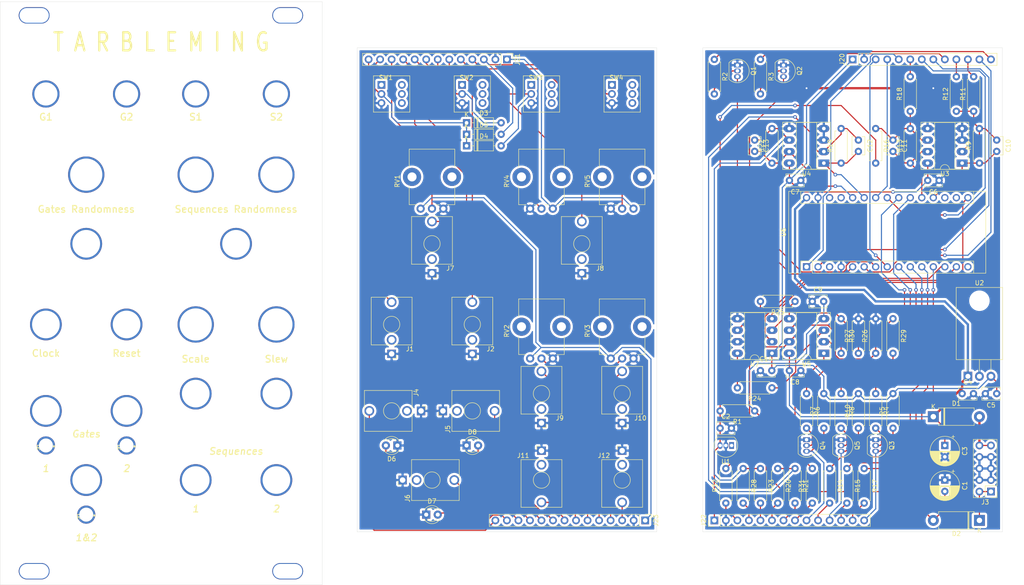
<source format=kicad_pcb>
(kicad_pcb (version 20171130) (host pcbnew "(5.1.6)-1")
  (layers (0 F.Cu signal) (31 B.Cu signal) (34 B.Paste user) (35 F.Paste user) (36 B.SilkS user) (37 F.SilkS user) (38 B.Mask user) (39 F.Mask user) (44 Edge.Cuts user))
  (net 0 "")
  (net 1 GND)
  (net 2 -5V)
  (net 3 +12V)
  (net 4 +5V)
  (net 5 -12V)
  (net 6 "Net-(C10-Pad2)")
  (net 7 "Net-(C10-Pad1)")
  (net 8 "Net-(C11-Pad2)")
  (net 9 "Net-(C11-Pad1)")
  (net 10 "Net-(J2-PadTN)")
  (net 11 "Net-(J6-PadTN)")
  (net 12 "Net-(J7-PadTN)")
  (net 13 "Net-(J8-PadTN)")
  (net 14 "Net-(J9-PadTN)")
  (net 15 "Net-(J10-PadTN)")
  (net 16 "Net-(J11-PadTN)")
  (net 17 "Net-(J12-PadTN)")
  (net 18 "Net-(Q1-Pad3)")
  (net 19 "Net-(Q1-Pad2)")
  (net 20 "Net-(Q2-Pad3)")
  (net 21 "Net-(Q2-Pad2)")
  (net 22 "Net-(Q3-Pad2)")
  (net 23 "Net-(Q4-Pad2)")
  (net 24 "Net-(Q5-Pad2)")
  (net 25 "Net-(R4-Pad1)")
  (net 26 "Net-(R6-Pad1)")
  (net 27 "Net-(R8-Pad1)")
  (net 28 "Net-(R24-Pad2)")
  (net 29 "Net-(R29-Pad2)")
  (net 30 "Net-(SW1-Pad6)")
  (net 31 "Net-(SW1-Pad5)")
  (net 32 "Net-(SW1-Pad4)")
  (net 33 "Net-(SW1-Pad1)")
  (net 34 "Net-(SW2-Pad6)")
  (net 35 "Net-(SW2-Pad5)")
  (net 36 "Net-(SW2-Pad4)")
  (net 37 "Net-(SW2-Pad1)")
  (net 38 "Net-(SW3-Pad6)")
  (net 39 "Net-(SW3-Pad5)")
  (net 40 "Net-(SW3-Pad4)")
  (net 41 "Net-(SW3-Pad1)")
  (net 42 "Net-(U6-Pad16)")
  (net 43 "Net-(U6-Pad15)")
  (net 44 "Net-(U6-Pad14)")
  (net 45 "Net-(U6-Pad13)")
  (net 46 "Net-(U6-Pad28)")
  (net 47 "Net-(U6-Pad27)")
  (net 48 "Net-(U6-Pad3)")
  (net 49 "Net-(U6-Pad18)")
  (net 50 "Net-(U6-Pad17)")
  (net 51 "Net-(SW4-Pad6)")
  (net 52 "Net-(SW4-Pad5)")
  (net 53 "Net-(SW4-Pad4)")
  (net 54 "Net-(SW4-Pad1)")
  (net 55 "Net-(C12-Pad2)")
  (net 56 "Net-(C12-Pad1)")
  (net 57 "Net-(C13-Pad2)")
  (net 58 "Net-(C13-Pad1)")
  (net 59 "Net-(J1-PadTN)")
  (net 60 "Net-(J4-PadTN)")
  (net 61 "Net-(J5-PadTN)")
  (net 62 "Net-(R14-Pad1)")
  (net 63 "Net-(R15-Pad1)")
  (net 64 "Net-(R17-Pad1)")
  (net 65 "Net-(R24-Pad1)")
  (net 66 "Net-(R25-Pad2)")
  (net 67 "Net-(R25-Pad1)")
  (net 68 "Net-(R26-Pad1)")
  (net 69 "Net-(R27-Pad1)")
  (net 70 "Net-(R30-Pad2)")
  (net 71 BUT2)
  (net 72 BUT1)
  (net 73 BUT3)
  (net 74 BUT4)
  (net 75 CLK)
  (net 76 RST)
  (net 77 GtRandPot)
  (net 78 SeqRandCV)
  (net 79 GtRandCV)
  (net 80 Seq1RandPot)
  (net 81 Seq2RandPot)
  (net 82 LED1)
  (net 83 LEDLogic)
  (net 84 LED2)
  (net 85 Gate1)
  (net 86 GateLogic)
  (net 87 Gate2)
  (net 88 ScaleCV)
  (net 89 SlewCV)
  (net 90 Seq1Out)
  (net 91 Seq2Out)
  (net 92 ScalePot)
  (net 93 SlewPot)
  (module PJ302M:ModdedThonkiconn (layer F.Cu) (at 127.87 140.17 90)
    (fp_text reference J5 (at -4.03 -5.4 90) (layer F.SilkS))
    (fp_text value AudioJack2_SwitchT)
    (pad T thru_hole circle (at 0 4.92 270) (size 2.13 2.13) (drill 1.43) (layers *.Cu *.Mask) (net 87 Gate2))
    (pad S thru_hole rect (at 0 -6.48 270) (size 1.93 1.83) (drill 1.22) (layers *.Cu *.Mask) (net 1 GND))
    (pad TN thru_hole circle (at 0 -3.38 270) (size 2.13 2.13) (drill 1.42) (layers *.Cu *.Mask) (net 61 "Net-(J5-PadTN)"))
  )
  (module PJ302M:ModdedThonkiconn (layer F.Cu) (at 110.09 121.12 180)
    (fp_text reference J1 (at -4.03 -5.4) (layer F.SilkS))
    (fp_text value AudioJack2_SwitchT)
    (pad T thru_hole circle (at 0 4.92) (size 2.13 2.13) (drill 1.43) (layers *.Cu *.Mask) (net 75 CLK))
    (pad S thru_hole rect (at 0 -6.48) (size 1.93 1.83) (drill 1.22) (layers *.Cu *.Mask) (net 1 GND))
    (pad TN thru_hole circle (at 0 -3.38) (size 2.13 2.13) (drill 1.42) (layers *.Cu *.Mask) (net 59 "Net-(J1-PadTN)"))
  )
  (module PJ302M:DPDT_Momentary_Push_Button_Switch (layer F.Cu) (at 160.89 70.32)
    (fp_text reference SW4 (at -1.27 -3.6) (layer F.SilkS))
    (fp_text value SW_Push_DPDT)
    (pad 6 thru_hole oval (at 2.25 2) (size 1.7 1.7) (drill 1) (layers *.Cu *.Mask) (net 51 "Net-(SW4-Pad6)"))
    (pad 3 thru_hole oval (at -2.25 2) (size 1.7 1.7) (drill 1) (layers *.Cu *.Mask) (net 1 GND))
    (pad 5 thru_hole oval (at 2.25 0) (size 1.7 1.7) (drill 1) (layers *.Cu *.Mask) (net 52 "Net-(SW4-Pad5)"))
    (pad 2 thru_hole oval (at -2.25 0) (size 1.7 1.7) (drill 1) (layers *.Cu *.Mask) (net 74 BUT4))
    (pad 4 thru_hole oval (at 2.25 -2) (size 1.7 1.7) (drill 1) (layers *.Cu *.Mask) (net 53 "Net-(SW4-Pad4)"))
    (pad 1 thru_hole rect (at -2.25 -2) (size 1.7 1.7) (drill 1) (layers *.Cu *.Mask) (net 54 "Net-(SW4-Pad1)"))
  )
  (module PJ302M:ModdedThonkiconn (layer F.Cu) (at 160.89 136.36 180)
    (fp_text reference J10 (at -4.03 -5.4) (layer F.SilkS))
    (fp_text value AudioJack2_SwitchT)
    (pad TN thru_hole circle (at 0 -3.38) (size 2.13 2.13) (drill 1.42) (layers *.Cu *.Mask) (net 15 "Net-(J10-PadTN)"))
    (pad S thru_hole rect (at 0 -6.48) (size 1.93 1.83) (drill 1.22) (layers *.Cu *.Mask) (net 1 GND))
    (pad T thru_hole circle (at 0 4.92) (size 2.13 2.13) (drill 1.43) (layers *.Cu *.Mask) (net 89 SlewCV))
  )
  (module PJ302M:ModdedThonkiconn (layer F.Cu) (at 152 103.34 180)
    (fp_text reference J8 (at -4.03 -5.4) (layer F.SilkS))
    (fp_text value AudioJack2_SwitchT)
    (pad TN thru_hole circle (at 0 -3.38) (size 2.13 2.13) (drill 1.42) (layers *.Cu *.Mask) (net 13 "Net-(J8-PadTN)"))
    (pad S thru_hole rect (at 0 -6.48) (size 1.93 1.83) (drill 1.22) (layers *.Cu *.Mask) (net 1 GND))
    (pad T thru_hole circle (at 0 4.92) (size 2.13 2.13) (drill 1.43) (layers *.Cu *.Mask) (net 78 SeqRandCV))
  )
  (module PJ302M:ModdedThonkiconn (layer F.Cu) (at 110.09 140.17 270)
    (fp_text reference J4 (at -4.03 -5.4 90) (layer F.SilkS))
    (fp_text value AudioJack2_SwitchT)
    (pad T thru_hole circle (at 0 4.92 90) (size 2.13 2.13) (drill 1.43) (layers *.Cu *.Mask) (net 85 Gate1))
    (pad S thru_hole rect (at 0 -6.48 90) (size 1.93 1.83) (drill 1.22) (layers *.Cu *.Mask) (net 1 GND))
    (pad TN thru_hole circle (at 0 -3.38 90) (size 2.13 2.13) (drill 1.42) (layers *.Cu *.Mask) (net 60 "Net-(J4-PadTN)"))
  )
  (module PJ302M:ModdedThonkiconn (layer F.Cu) (at 160.89 155.41)
    (fp_text reference J12 (at -4.03 -5.4) (layer F.SilkS))
    (fp_text value AudioJack2_SwitchT)
    (pad TN thru_hole circle (at 0 -3.38 180) (size 2.13 2.13) (drill 1.42) (layers *.Cu *.Mask) (net 17 "Net-(J12-PadTN)"))
    (pad S thru_hole rect (at 0 -6.48 180) (size 1.93 1.83) (drill 1.22) (layers *.Cu *.Mask) (net 1 GND))
    (pad T thru_hole circle (at 0 4.92 180) (size 2.13 2.13) (drill 1.43) (layers *.Cu *.Mask) (net 91 Seq2Out))
  )
  (module Diode_THT:D_DO-35_SOD27_P7.62mm_Horizontal (layer F.Cu) (at 126.6 79.21)
    (fp_text reference D5 (at 3.81 -2.12) (layer F.SilkS))
    (fp_text value 1N4148)
    (fp_text user K (at 0 -1.8) (layer F.SilkS))
    (pad 2 thru_hole oval (at 7.62 0) (size 1.6 1.6) (drill 0.8) (layers *.Cu *.Mask) (net 74 BUT4))
    (pad 1 thru_hole rect (at 0 0) (size 1.6 1.6) (drill 0.8) (layers *.Cu *.Mask) (net 72 BUT1))
  )
  (module PJ302M:ModdedThonkiconn (layer F.Cu) (at 143.11 136.36 180)
    (fp_text reference J9 (at -4.03 -5.4) (layer F.SilkS))
    (fp_text value AudioJack2_SwitchT)
    (pad TN thru_hole circle (at 0 -3.38) (size 2.13 2.13) (drill 1.42) (layers *.Cu *.Mask) (net 14 "Net-(J9-PadTN)"))
    (pad S thru_hole rect (at 0 -6.48) (size 1.93 1.83) (drill 1.22) (layers *.Cu *.Mask) (net 1 GND))
    (pad T thru_hole circle (at 0 4.92) (size 2.13 2.13) (drill 1.43) (layers *.Cu *.Mask) (net 88 ScaleCV))
  )
  (module PJ302M:ModdedThonkiconn (layer F.Cu) (at 127.87 121.12 180)
    (fp_text reference J2 (at -4.03 -5.4) (layer F.SilkS))
    (fp_text value AudioJack2_SwitchT)
    (pad TN thru_hole circle (at 0 -3.38) (size 2.13 2.13) (drill 1.42) (layers *.Cu *.Mask) (net 10 "Net-(J2-PadTN)"))
    (pad S thru_hole rect (at 0 -6.48) (size 1.93 1.83) (drill 1.22) (layers *.Cu *.Mask) (net 1 GND))
    (pad T thru_hole circle (at 0 4.92) (size 2.13 2.13) (drill 1.43) (layers *.Cu *.Mask) (net 76 RST))
  )
  (module PJ302M:ModdedThonkiconn (layer F.Cu) (at 118.98 103.34 180)
    (fp_text reference J7 (at -4.03 -5.4) (layer F.SilkS))
    (fp_text value AudioJack2_SwitchT)
    (pad TN thru_hole circle (at 0 -3.38) (size 2.13 2.13) (drill 1.42) (layers *.Cu *.Mask) (net 12 "Net-(J7-PadTN)"))
    (pad S thru_hole rect (at 0 -6.48) (size 1.93 1.83) (drill 1.22) (layers *.Cu *.Mask) (net 1 GND))
    (pad T thru_hole circle (at 0 4.92) (size 2.13 2.13) (drill 1.43) (layers *.Cu *.Mask) (net 79 GtRandCV))
  )
  (module PJ302M:ModdedThonkiconn (layer F.Cu) (at 143.11 155.41)
    (fp_text reference J11 (at -4.03 -5.4) (layer F.SilkS))
    (fp_text value AudioJack2_SwitchT)
    (pad T thru_hole circle (at 0 4.92 180) (size 2.13 2.13) (drill 1.43) (layers *.Cu *.Mask) (net 90 Seq1Out))
    (pad S thru_hole rect (at 0 -6.48 180) (size 1.93 1.83) (drill 1.22) (layers *.Cu *.Mask) (net 1 GND))
    (pad TN thru_hole circle (at 0 -3.38 180) (size 2.13 2.13) (drill 1.42) (layers *.Cu *.Mask) (net 16 "Net-(J11-PadTN)"))
  )
  (module PJ302M:ModdedThonkiconn (layer F.Cu) (at 118.98 155.41 90)
    (fp_text reference J6 (at -4.03 -5.4 90) (layer F.SilkS))
    (fp_text value AudioJack2_SwitchT)
    (pad TN thru_hole circle (at 0 -3.38 270) (size 2.13 2.13) (drill 1.42) (layers *.Cu *.Mask) (net 11 "Net-(J6-PadTN)"))
    (pad S thru_hole rect (at 0 -6.48 270) (size 1.93 1.83) (drill 1.22) (layers *.Cu *.Mask) (net 1 GND))
    (pad T thru_hole circle (at 0 4.92 270) (size 2.13 2.13) (drill 1.43) (layers *.Cu *.Mask) (net 86 GateLogic))
  )
  (module PJ302M:button_hole_5.1 (layer F.Cu) (at 33.89 70.32)
    (fp_text reference REF** (at 0 0.5) (layer F.SilkS))
    (fp_text value button_hole_5.1)
    (pad "" np_thru_hole circle (at 0 0 90) (size 6 6) (drill 5.1) (layers *.Cu *.Mask))
  )
  (module PJ302M:jack_hole_6.1 (layer F.Cu) (at 42.78 103.34)
    (fp_text reference REF** (at 0 0.5) (layer F.SilkS))
    (fp_text value jack_hole_6.1)
    (pad "" np_thru_hole circle (at 0 0 90) (size 7 7) (drill 6.1) (layers *.Cu *.Mask))
  )
  (module PJ302M:pot_hole_7.1 (layer F.Cu) (at 42.78 88.1)
    (fp_text reference REF** (at 0 0.5) (layer F.SilkS))
    (fp_text value pot_hole_7.1)
    (pad "" np_thru_hole circle (at 0 0) (size 8 8) (drill 7.1) (layers *.Cu *.Mask))
  )
  (module PJ302M:screw_hole_3.2 (layer F.Cu) (at 31.3 53)
    (fp_text reference REF** (at 0 0.5) (layer F.SilkS))
    (fp_text value screw_hole_3.2)
    (pad "" np_thru_hole oval (at 0 0 90) (size 3.6 6.8) (drill oval 3.2 6.4) (layers *.Cu *.Mask))
  )
  (module PJ302M:jack_hole_6.1 (layer F.Cu) (at 33.89 121.12)
    (fp_text reference REF** (at 0 0.5) (layer F.SilkS))
    (fp_text value jack_hole_6.1)
    (pad "" np_thru_hole circle (at 0 0 90) (size 7 7) (drill 6.1) (layers *.Cu *.Mask))
  )
  (module PJ302M:pot_hole_7.1 (layer F.Cu) (at 84.69 121.12)
    (fp_text reference REF** (at 0 0.5) (layer F.SilkS))
    (fp_text value pot_hole_7.1)
    (pad "" np_thru_hole circle (at 0 0) (size 8 8) (drill 7.1) (layers *.Cu *.Mask))
  )
  (module PJ302M:jack_hole_6.1 (layer F.Cu) (at 66.91 136.36)
    (fp_text reference REF** (at 0 0.5) (layer F.SilkS))
    (fp_text value jack_hole_6.1)
    (pad "" np_thru_hole circle (at 0 0 90) (size 7 7) (drill 6.1) (layers *.Cu *.Mask))
  )
  (module PJ302M:screw_hole_3.2 (layer F.Cu) (at 87.18 175.5)
    (fp_text reference REF** (at 0 0.5) (layer F.SilkS))
    (fp_text value screw_hole_3.2)
    (pad "" np_thru_hole oval (at 0 0 90) (size 3.6 6.8) (drill oval 3.2 6.4) (layers *.Cu *.Mask))
  )
  (module Connector_PinHeader_2.54mm:PinHeader_1x14_P2.54mm_Vertical (layer F.Cu) (at 165.97 164.3 270)
    (fp_text reference J23 (at 0 -2.33 90) (layer F.SilkS))
    (fp_text value Conn_01x14)
    (pad 14 thru_hole oval (at 0 33.02 270) (size 1.7 1.7) (drill 1) (layers *.Cu *.Mask) (net 85 Gate1))
    (pad 13 thru_hole oval (at 0 30.48 270) (size 1.7 1.7) (drill 1) (layers *.Cu *.Mask) (net 82 LED1))
    (pad 12 thru_hole oval (at 0 27.94 270) (size 1.7 1.7) (drill 1) (layers *.Cu *.Mask) (net 83 LEDLogic))
    (pad 11 thru_hole oval (at 0 25.4 270) (size 1.7 1.7) (drill 1) (layers *.Cu *.Mask) (net 86 GateLogic))
    (pad 10 thru_hole oval (at 0 22.86 270) (size 1.7 1.7) (drill 1) (layers *.Cu *.Mask) (net 84 LED2))
    (pad 9 thru_hole oval (at 0 20.32 270) (size 1.7 1.7) (drill 1) (layers *.Cu *.Mask) (net 87 Gate2))
    (pad 8 thru_hole oval (at 0 17.78 270) (size 1.7 1.7) (drill 1) (layers *.Cu *.Mask) (net 90 Seq1Out))
    (pad 7 thru_hole oval (at 0 15.24 270) (size 1.7 1.7) (drill 1) (layers *.Cu *.Mask) (net 88 ScaleCV))
    (pad 6 thru_hole oval (at 0 12.7 270) (size 1.7 1.7) (drill 1) (layers *.Cu *.Mask) (net 92 ScalePot))
    (pad 5 thru_hole oval (at 0 10.16 270) (size 1.7 1.7) (drill 1) (layers *.Cu *.Mask) (net 93 SlewPot))
    (pad 4 thru_hole oval (at 0 7.62 270) (size 1.7 1.7) (drill 1) (layers *.Cu *.Mask) (net 89 SlewCV))
    (pad 3 thru_hole oval (at 0 5.08 270) (size 1.7 1.7) (drill 1) (layers *.Cu *.Mask) (net 91 Seq2Out))
    (pad 2 thru_hole oval (at 0 2.54 270) (size 1.7 1.7) (drill 1) (layers *.Cu *.Mask) (net 1 GND))
    (pad 1 thru_hole rect (at 0 0 270) (size 1.7 1.7) (drill 1) (layers *.Cu *.Mask) (net 2 -5V))
  )
  (module Connector_PinHeader_2.54mm:PinHeader_1x13_P2.54mm_Vertical (layer F.Cu) (at 135.49 62.7 270)
    (fp_text reference J21 (at 0 -2.33 90) (layer F.SilkS))
    (fp_text value Conn_01x13)
    (pad 13 thru_hole oval (at 0 30.48 270) (size 1.7 1.7) (drill 1) (layers *.Cu *.Mask) (net 75 CLK))
    (pad 12 thru_hole oval (at 0 27.94 270) (size 1.7 1.7) (drill 1) (layers *.Cu *.Mask) (net 72 BUT1))
    (pad 11 thru_hole oval (at 0 25.4 270) (size 1.7 1.7) (drill 1) (layers *.Cu *.Mask) (net 77 GtRandPot))
    (pad 10 thru_hole oval (at 0 22.86 270) (size 1.7 1.7) (drill 1) (layers *.Cu *.Mask) (net 79 GtRandCV))
    (pad 9 thru_hole oval (at 0 20.32 270) (size 1.7 1.7) (drill 1) (layers *.Cu *.Mask) (net 76 RST))
    (pad 8 thru_hole oval (at 0 17.78 270) (size 1.7 1.7) (drill 1) (layers *.Cu *.Mask) (net 71 BUT2))
    (pad 7 thru_hole oval (at 0 15.24 270) (size 1.7 1.7) (drill 1) (layers *.Cu *.Mask) (net 80 Seq1RandPot))
    (pad 6 thru_hole oval (at 0 12.7 270) (size 1.7 1.7) (drill 1) (layers *.Cu *.Mask) (net 78 SeqRandCV))
    (pad 5 thru_hole oval (at 0 10.16 270) (size 1.7 1.7) (drill 1) (layers *.Cu *.Mask) (net 73 BUT3))
    (pad 4 thru_hole oval (at 0 7.62 270) (size 1.7 1.7) (drill 1) (layers *.Cu *.Mask) (net 81 Seq2RandPot))
    (pad 3 thru_hole oval (at 0 5.08 270) (size 1.7 1.7) (drill 1) (layers *.Cu *.Mask) (net 74 BUT4))
    (pad 2 thru_hole oval (at 0 2.54 270) (size 1.7 1.7) (drill 1) (layers *.Cu *.Mask) (net 1 GND))
    (pad 1 thru_hole rect (at 0 0 270) (size 1.7 1.7) (drill 1) (layers *.Cu *.Mask) (net 4 +5V))
  )
  (module PJ302M:button_hole_5.1 (layer F.Cu) (at 66.91 70.32)
    (fp_text reference REF** (at 0 0.5) (layer F.SilkS))
    (fp_text value button_hole_5.1)
    (pad "" np_thru_hole circle (at 0 0 90) (size 6 6) (drill 5.1) (layers *.Cu *.Mask))
  )
  (module PJ302M:jack_hole_6.1 (layer F.Cu) (at 84.69 155.41)
    (fp_text reference REF** (at 0 0.5) (layer F.SilkS))
    (fp_text value jack_hole_6.1)
    (pad "" np_thru_hole circle (at 0 0 90) (size 7 7) (drill 6.1) (layers *.Cu *.Mask))
  )
  (module PJ302M:pot_hole_7.1 (layer F.Cu) (at 66.91 88.1)
    (fp_text reference REF** (at 0 0.5) (layer F.SilkS))
    (fp_text value pot_hole_7.1)
    (pad "" np_thru_hole circle (at 0 0) (size 8 8) (drill 7.1) (layers *.Cu *.Mask))
  )
  (module PJ302M:button_hole_5.1 (layer F.Cu) (at 84.69 70.32)
    (fp_text reference REF** (at 0 0.5) (layer F.SilkS))
    (fp_text value button_hole_5.1)
    (pad "" np_thru_hole circle (at 0 0 90) (size 6 6) (drill 5.1) (layers *.Cu *.Mask))
  )
  (module PJ302M:pot_hole_7.1 (layer F.Cu) (at 66.91 121.12)
    (fp_text reference REF** (at 0 0.5) (layer F.SilkS))
    (fp_text value pot_hole_7.1)
    (pad "" np_thru_hole circle (at 0 0) (size 8 8) (drill 7.1) (layers *.Cu *.Mask))
  )
  (module PJ302M:screw_hole_3.2 (layer F.Cu) (at 87.18 53)
    (fp_text reference REF** (at 0 0.5) (layer F.SilkS))
    (fp_text value screw_hole_3.2)
    (pad "" np_thru_hole oval (at 0 0 90) (size 3.6 6.8) (drill oval 3.2 6.4) (layers *.Cu *.Mask))
  )
  (module PJ302M:led_hole_3.1 (layer F.Cu) (at 51.67 147.79)
    (fp_text reference REF** (at 0 0.5) (layer F.SilkS))
    (fp_text value led_hole_3.1)
    (pad "" np_thru_hole circle (at 0 0 90) (size 4 4) (drill 3.1) (layers *.Cu *.Mask))
  )
  (module PJ302M:screw_hole_3.2 (layer F.Cu) (at 31.3 175.5)
    (fp_text reference REF** (at 0 0.5) (layer F.SilkS))
    (fp_text value screw_hole_3.2)
    (pad "" np_thru_hole oval (at 0 0 90) (size 3.6 6.8) (drill oval 3.2 6.4) (layers *.Cu *.Mask))
  )
  (module PJ302M:jack_hole_6.1 (layer F.Cu) (at 84.69 136.36)
    (fp_text reference REF** (at 0 0.5) (layer F.SilkS))
    (fp_text value jack_hole_6.1)
    (pad "" np_thru_hole circle (at 0 0 90) (size 7 7) (drill 6.1) (layers *.Cu *.Mask))
  )
  (module PJ302M:jack_hole_6.1 (layer F.Cu) (at 75.8 103.34)
    (fp_text reference REF** (at 0 0.5) (layer F.SilkS))
    (fp_text value jack_hole_6.1)
    (pad "" np_thru_hole circle (at 0 0 90) (size 7 7) (drill 6.1) (layers *.Cu *.Mask))
  )
  (module PJ302M:button_hole_5.1 (layer F.Cu) (at 51.67 70.32)
    (fp_text reference REF** (at 0 0.5) (layer F.SilkS))
    (fp_text value button_hole_5.1)
    (pad "" np_thru_hole circle (at 0 0 90) (size 6 6) (drill 5.1) (layers *.Cu *.Mask))
  )
  (module PJ302M:led_hole_3.1 (layer F.Cu) (at 33.89 147.79)
    (fp_text reference REF** (at 0 0.5) (layer F.SilkS))
    (fp_text value led_hole_3.1)
    (pad "" np_thru_hole circle (at 0 0 90) (size 4 4) (drill 3.1) (layers *.Cu *.Mask))
  )
  (module PJ302M:pot_hole_7.1 (layer F.Cu) (at 84.69 88.1)
    (fp_text reference REF** (at 0 0.5) (layer F.SilkS))
    (fp_text value pot_hole_7.1)
    (pad "" np_thru_hole circle (at 0 0) (size 8 8) (drill 7.1) (layers *.Cu *.Mask))
  )
  (module PJ302M:jack_hole_6.1 (layer F.Cu) (at 42.78 155.41)
    (fp_text reference REF** (at 0 0.5) (layer F.SilkS))
    (fp_text value jack_hole_6.1)
    (pad "" np_thru_hole circle (at 0 0 90) (size 7 7) (drill 6.1) (layers *.Cu *.Mask))
  )
  (module PJ302M:jack_hole_6.1 (layer F.Cu) (at 51.67 140.17)
    (fp_text reference REF** (at 0 0.5) (layer F.SilkS))
    (fp_text value jack_hole_6.1)
    (pad "" np_thru_hole circle (at 0 0 90) (size 7 7) (drill 6.1) (layers *.Cu *.Mask))
  )
  (module PJ302M:led_hole_3.1 (layer F.Cu) (at 42.78 163.03)
    (fp_text reference REF** (at 0 0.5) (layer F.SilkS))
    (fp_text value led_hole_3.1)
    (pad "" np_thru_hole circle (at 0 0 90) (size 4 4) (drill 3.1) (layers *.Cu *.Mask))
  )
  (module PJ302M:jack_hole_6.1 (layer F.Cu) (at 51.67 121.12)
    (fp_text reference REF** (at 0 0.5) (layer F.SilkS))
    (fp_text value jack_hole_6.1)
    (pad "" np_thru_hole circle (at 0 0 90) (size 7 7) (drill 6.1) (layers *.Cu *.Mask))
  )
  (module PJ302M:jack_hole_6.1 (layer F.Cu) (at 33.89 140.17)
    (fp_text reference REF** (at 0 0.5) (layer F.SilkS))
    (fp_text value jack_hole_6.1)
    (pad "" np_thru_hole circle (at 0 0 90) (size 7 7) (drill 6.1) (layers *.Cu *.Mask))
  )
  (module PJ302M:jack_hole_6.1 (layer F.Cu) (at 66.91 155.41)
    (fp_text reference REF** (at 0 0.5) (layer F.SilkS))
    (fp_text value jack_hole_6.1)
    (pad "" np_thru_hole circle (at 0 0 90) (size 7 7) (drill 6.1) (layers *.Cu *.Mask))
  )
  (module PJ302M:DPDT_Momentary_Push_Button_Switch (layer F.Cu) (at 127.87 70.32)
    (fp_text reference SW2 (at -1.27 -3.6) (layer F.SilkS))
    (fp_text value SW_Push_DPDT)
    (pad 6 thru_hole oval (at 2.25 2) (size 1.7 1.7) (drill 1) (layers *.Cu *.Mask) (net 34 "Net-(SW2-Pad6)"))
    (pad 3 thru_hole oval (at -2.25 2) (size 1.7 1.7) (drill 1) (layers *.Cu *.Mask) (net 1 GND))
    (pad 5 thru_hole oval (at 2.25 0) (size 1.7 1.7) (drill 1) (layers *.Cu *.Mask) (net 35 "Net-(SW2-Pad5)"))
    (pad 2 thru_hole oval (at -2.25 0) (size 1.7 1.7) (drill 1) (layers *.Cu *.Mask) (net 71 BUT2))
    (pad 4 thru_hole oval (at 2.25 -2) (size 1.7 1.7) (drill 1) (layers *.Cu *.Mask) (net 36 "Net-(SW2-Pad4)"))
    (pad 1 thru_hole rect (at -2.25 -2) (size 1.7 1.7) (drill 1) (layers *.Cu *.Mask) (net 37 "Net-(SW2-Pad1)"))
  )
  (module PJ302M:DPDT_Momentary_Push_Button_Switch (layer F.Cu) (at 110.09 70.32)
    (fp_text reference SW1 (at -1.27 -3.6) (layer F.SilkS))
    (fp_text value SW_Push_DPDT)
    (pad 6 thru_hole oval (at 2.25 2) (size 1.7 1.7) (drill 1) (layers *.Cu *.Mask) (net 30 "Net-(SW1-Pad6)"))
    (pad 3 thru_hole oval (at -2.25 2) (size 1.7 1.7) (drill 1) (layers *.Cu *.Mask) (net 1 GND))
    (pad 5 thru_hole oval (at 2.25 0) (size 1.7 1.7) (drill 1) (layers *.Cu *.Mask) (net 31 "Net-(SW1-Pad5)"))
    (pad 2 thru_hole oval (at -2.25 0) (size 1.7 1.7) (drill 1) (layers *.Cu *.Mask) (net 72 BUT1))
    (pad 4 thru_hole oval (at 2.25 -2) (size 1.7 1.7) (drill 1) (layers *.Cu *.Mask) (net 32 "Net-(SW1-Pad4)"))
    (pad 1 thru_hole rect (at -2.25 -2) (size 1.7 1.7) (drill 1) (layers *.Cu *.Mask) (net 33 "Net-(SW1-Pad1)"))
  )
  (module PJ302M:ModdedPotentiometer (layer F.Cu) (at 160.89 88.1 90)
    (fp_text reference RV5 (at -1.45 -7.65 270) (layer F.SilkS))
    (fp_text value 10K)
    (pad "" thru_hole circle (at -0.5 4.4 90) (size 4 4) (drill 2) (layers *.Cu *.Mask))
    (pad "" thru_hole circle (at -0.5 -4.4 90) (size 4 4) (drill 2) (layers *.Cu *.Mask))
    (pad 1 thru_hole circle (at -7.5 2.5 90) (size 1.8 1.8) (drill 1) (layers *.Cu *.Mask) (net 4 +5V))
    (pad 2 thru_hole circle (at -7.5 0 90) (size 1.8 1.8) (drill 1) (layers *.Cu *.Mask) (net 81 Seq2RandPot))
    (pad 3 thru_hole circle (at -7.5 -2.5 90) (size 1.8 1.8) (drill 1) (layers *.Cu *.Mask) (net 1 GND))
  )
  (module PJ302M:ModdedPotentiometer (layer F.Cu) (at 118.98 88.1 90)
    (fp_text reference RV1 (at -1.45 -7.65 270) (layer F.SilkS))
    (fp_text value 10K)
    (pad "" thru_hole circle (at -0.5 4.4 90) (size 4 4) (drill 2) (layers *.Cu *.Mask))
    (pad "" thru_hole circle (at -0.5 -4.4 90) (size 4 4) (drill 2) (layers *.Cu *.Mask))
    (pad 1 thru_hole circle (at -7.5 2.5 90) (size 1.8 1.8) (drill 1) (layers *.Cu *.Mask) (net 1 GND))
    (pad 2 thru_hole circle (at -7.5 0 90) (size 1.8 1.8) (drill 1) (layers *.Cu *.Mask) (net 77 GtRandPot))
    (pad 3 thru_hole circle (at -7.5 -2.5 90) (size 1.8 1.8) (drill 1) (layers *.Cu *.Mask) (net 2 -5V))
  )
  (module PJ302M:DPDT_Momentary_Push_Button_Switch (layer F.Cu) (at 143.11 70.32)
    (fp_text reference SW3 (at -1.27 -3.6) (layer F.SilkS))
    (fp_text value SW_Push_DPDT)
    (pad 6 thru_hole oval (at 2.25 2) (size 1.7 1.7) (drill 1) (layers *.Cu *.Mask) (net 38 "Net-(SW3-Pad6)"))
    (pad 3 thru_hole oval (at -2.25 2) (size 1.7 1.7) (drill 1) (layers *.Cu *.Mask) (net 1 GND))
    (pad 5 thru_hole oval (at 2.25 0) (size 1.7 1.7) (drill 1) (layers *.Cu *.Mask) (net 39 "Net-(SW3-Pad5)"))
    (pad 2 thru_hole oval (at -2.25 0) (size 1.7 1.7) (drill 1) (layers *.Cu *.Mask) (net 73 BUT3))
    (pad 4 thru_hole oval (at 2.25 -2) (size 1.7 1.7) (drill 1) (layers *.Cu *.Mask) (net 40 "Net-(SW3-Pad4)"))
    (pad 1 thru_hole rect (at -2.25 -2) (size 1.7 1.7) (drill 1) (layers *.Cu *.Mask) (net 41 "Net-(SW3-Pad1)"))
  )
  (module PJ302M:ModdedPotentiometer (layer F.Cu) (at 143.11 88.1 90)
    (fp_text reference RV4 (at -1.45 -7.65 270) (layer F.SilkS))
    (fp_text value 10K)
    (pad "" thru_hole circle (at -0.5 4.4 90) (size 4 4) (drill 2) (layers *.Cu *.Mask))
    (pad "" thru_hole circle (at -0.5 -4.4 90) (size 4 4) (drill 2) (layers *.Cu *.Mask))
    (pad 1 thru_hole circle (at -7.5 2.5 90) (size 1.8 1.8) (drill 1) (layers *.Cu *.Mask) (net 4 +5V))
    (pad 2 thru_hole circle (at -7.5 0 90) (size 1.8 1.8) (drill 1) (layers *.Cu *.Mask) (net 80 Seq1RandPot))
    (pad 3 thru_hole circle (at -7.5 -2.5 90) (size 1.8 1.8) (drill 1) (layers *.Cu *.Mask) (net 1 GND))
  )
  (module PJ302M:ModdedPotentiometer (layer F.Cu) (at 160.89 121.12 90)
    (fp_text reference RV3 (at -1.45 -7.65 270) (layer F.SilkS))
    (fp_text value 10K)
    (pad "" thru_hole circle (at -0.5 4.4 90) (size 4 4) (drill 2) (layers *.Cu *.Mask))
    (pad "" thru_hole circle (at -0.5 -4.4 90) (size 4 4) (drill 2) (layers *.Cu *.Mask))
    (pad 1 thru_hole circle (at -7.5 2.5 90) (size 1.8 1.8) (drill 1) (layers *.Cu *.Mask) (net 1 GND))
    (pad 2 thru_hole circle (at -7.5 0 90) (size 1.8 1.8) (drill 1) (layers *.Cu *.Mask) (net 93 SlewPot))
    (pad 3 thru_hole circle (at -7.5 -2.5 90) (size 1.8 1.8) (drill 1) (layers *.Cu *.Mask) (net 2 -5V))
  )
  (module PJ302M:ModdedPotentiometer (layer F.Cu) (at 143.11 121.12 90)
    (fp_text reference RV2 (at -1.45 -7.65 270) (layer F.SilkS))
    (fp_text value 10K)
    (pad "" thru_hole circle (at -0.5 4.4 90) (size 4 4) (drill 2) (layers *.Cu *.Mask))
    (pad "" thru_hole circle (at -0.5 -4.4 90) (size 4 4) (drill 2) (layers *.Cu *.Mask))
    (pad 1 thru_hole circle (at -7.5 2.5 90) (size 1.8 1.8) (drill 1) (layers *.Cu *.Mask) (net 1 GND))
    (pad 2 thru_hole circle (at -7.5 0 90) (size 1.8 1.8) (drill 1) (layers *.Cu *.Mask) (net 92 ScalePot))
    (pad 3 thru_hole circle (at -7.5 -2.5 90) (size 1.8 1.8) (drill 1) (layers *.Cu *.Mask) (net 2 -5V))
  )
  (module LED_THT:LED_D3.0mm (layer F.Cu) (at 126.6 147.79)
    (fp_text reference D8 (at 1.27 -2.96) (layer F.SilkS))
    (fp_text value LED)
    (pad 2 thru_hole circle (at 2.54 0) (size 1.8 1.8) (drill 0.9) (layers *.Cu *.Mask) (net 84 LED2))
    (pad 1 thru_hole rect (at 0 0) (size 1.8 1.8) (drill 0.9) (layers *.Cu *.Mask) (net 1 GND))
  )
  (module LED_THT:LED_D3.0mm (layer F.Cu) (at 111.36 147.79 180)
    (fp_text reference D6 (at 1.27 -2.96) (layer F.SilkS))
    (fp_text value LED)
    (pad 2 thru_hole circle (at 2.54 0 180) (size 1.8 1.8) (drill 0.9) (layers *.Cu *.Mask) (net 82 LED1))
    (pad 1 thru_hole rect (at 0 0 180) (size 1.8 1.8) (drill 0.9) (layers *.Cu *.Mask) (net 1 GND))
  )
  (module LED_THT:LED_D3.0mm (layer F.Cu) (at 117.71 163.03)
    (fp_text reference D7 (at 1.27 -2.96) (layer F.SilkS))
    (fp_text value LED)
    (pad 2 thru_hole circle (at 2.54 0) (size 1.8 1.8) (drill 0.9) (layers *.Cu *.Mask) (net 83 LEDLogic))
    (pad 1 thru_hole rect (at 0 0) (size 1.8 1.8) (drill 0.9) (layers *.Cu *.Mask) (net 1 GND))
  )
  (module Diode_THT:D_DO-35_SOD27_P7.62mm_Horizontal (layer F.Cu) (at 126.6 76.67)
    (fp_text reference D3 (at 3.81 -2.12) (layer F.SilkS))
    (fp_text value 1N4148)
    (fp_text user K (at 0 -1.8) (layer F.SilkS))
    (pad 2 thru_hole oval (at 7.62 0) (size 1.6 1.6) (drill 0.8) (layers *.Cu *.Mask) (net 71 BUT2))
    (pad 1 thru_hole rect (at 0 0) (size 1.6 1.6) (drill 0.8) (layers *.Cu *.Mask) (net 72 BUT1))
  )
  (module Diode_THT:D_DO-35_SOD27_P7.62mm_Horizontal (layer F.Cu) (at 126.6 81.75)
    (fp_text reference D4 (at 3.81 -2.12) (layer F.SilkS))
    (fp_text value 1N4148)
    (fp_text user K (at 0 -1.8) (layer F.SilkS))
    (pad 2 thru_hole oval (at 7.62 0) (size 1.6 1.6) (drill 0.8) (layers *.Cu *.Mask) (net 73 BUT3))
    (pad 1 thru_hole rect (at 0 0) (size 1.6 1.6) (drill 0.8) (layers *.Cu *.Mask) (net 72 BUT1))
  )
  (module Diode_THT:D_DO-15_P10.16mm_Horizontal (layer F.Cu) (at 229.47 141.44)
    (fp_text reference D1 (at 5.08 -2.92) (layer F.SilkS))
    (fp_text value 1N4001)
    (fp_text user K (at 0 -2.2) (layer F.SilkS))
    (pad 2 thru_hole oval (at 10.16 0) (size 2.4 2.4) (drill 1.2) (layers *.Cu *.Mask) (net 3 +12V))
    (pad 1 thru_hole rect (at 0 0) (size 2.4 2.4) (drill 1.2) (layers *.Cu *.Mask) (net 3 +12V))
  )
  (module Package_TO_SOT_THT:TO-220-3_Horizontal_TabDown (layer F.Cu) (at 237.09 132.55)
    (fp_text reference U2 (at 2.54 -20.58) (layer F.SilkS))
    (fp_text value L7805)
    (pad "" np_thru_hole oval (at 2.54 -16.66) (size 3.5 3.5) (drill 3.5) (layers *.Cu *.Mask))
    (pad 1 thru_hole rect (at 0 0) (size 1.905 2) (drill 1.1) (layers *.Cu *.Mask) (net 3 +12V))
    (pad 2 thru_hole oval (at 2.54 0) (size 1.905 2) (drill 1.1) (layers *.Cu *.Mask) (net 1 GND))
    (pad 3 thru_hole oval (at 5.08 0) (size 1.905 2) (drill 1.1) (layers *.Cu *.Mask) (net 4 +5V))
  )
  (module Connector_PinHeader_2.54mm:PinHeader_1x13_P2.54mm_Vertical (layer F.Cu) (at 211.69 62.7 90)
    (fp_text reference J20 (at 0 -2.33 90) (layer F.SilkS))
    (fp_text value Conn_01x13)
    (pad 13 thru_hole oval (at 0 30.48 90) (size 1.7 1.7) (drill 1) (layers *.Cu *.Mask) (net 75 CLK))
    (pad 12 thru_hole oval (at 0 27.94 90) (size 1.7 1.7) (drill 1) (layers *.Cu *.Mask) (net 72 BUT1))
    (pad 11 thru_hole oval (at 0 25.4 90) (size 1.7 1.7) (drill 1) (layers *.Cu *.Mask) (net 77 GtRandPot))
    (pad 10 thru_hole oval (at 0 22.86 90) (size 1.7 1.7) (drill 1) (layers *.Cu *.Mask) (net 79 GtRandCV))
    (pad 9 thru_hole oval (at 0 20.32 90) (size 1.7 1.7) (drill 1) (layers *.Cu *.Mask) (net 76 RST))
    (pad 8 thru_hole oval (at 0 17.78 90) (size 1.7 1.7) (drill 1) (layers *.Cu *.Mask) (net 71 BUT2))
    (pad 7 thru_hole oval (at 0 15.24 90) (size 1.7 1.7) (drill 1) (layers *.Cu *.Mask) (net 80 Seq1RandPot))
    (pad 6 thru_hole oval (at 0 12.7 90) (size 1.7 1.7) (drill 1) (layers *.Cu *.Mask) (net 78 SeqRandCV))
    (pad 5 thru_hole oval (at 0 10.16 90) (size 1.7 1.7) (drill 1) (layers *.Cu *.Mask) (net 73 BUT3))
    (pad 4 thru_hole oval (at 0 7.62 90) (size 1.7 1.7) (drill 1) (layers *.Cu *.Mask) (net 81 Seq2RandPot))
    (pad 3 thru_hole oval (at 0 5.08 90) (size 1.7 1.7) (drill 1) (layers *.Cu *.Mask) (net 74 BUT4))
    (pad 2 thru_hole oval (at 0 2.54 90) (size 1.7 1.7) (drill 1) (layers *.Cu *.Mask) (net 1 GND))
    (pad 1 thru_hole rect (at 0 0 90) (size 1.7 1.7) (drill 1) (layers *.Cu *.Mask) (net 4 +5V))
  )
  (module Diode_THT:D_DO-15_P10.16mm_Horizontal (layer F.Cu) (at 239.63 164.3 180)
    (fp_text reference D2 (at 5.08 -2.92) (layer F.SilkS))
    (fp_text value 1N4001)
    (fp_text user K (at 0 -2.2) (layer F.SilkS))
    (pad 2 thru_hole oval (at 10.16 0 180) (size 2.4 2.4) (drill 1.2) (layers *.Cu *.Mask) (net 5 -12V))
    (pad 1 thru_hole rect (at 0 0 180) (size 2.4 2.4) (drill 1.2) (layers *.Cu *.Mask) (net 5 -12V))
  )
  (module Resistor_THT:R_Axial_DIN0207_L6.3mm_D2.5mm_P7.62mm_Horizontal (layer F.Cu) (at 191.37 152.87 270)
    (fp_text reference R23 (at 3.81 -2.37 90) (layer F.SilkS))
    (fp_text value 100K)
    (pad 2 thru_hole oval (at 7.62 0 270) (size 1.6 1.6) (drill 0.8) (layers *.Cu *.Mask) (net 93 SlewPot))
    (pad 1 thru_hole circle (at 0 0 270) (size 1.6 1.6) (drill 0.8) (layers *.Cu *.Mask) (net 58 "Net-(C13-Pad1)"))
  )
  (module Resistor_THT:R_Axial_DIN0207_L6.3mm_D2.5mm_P7.62mm_Horizontal (layer F.Cu) (at 209.15 136.36 270)
    (fp_text reference R8 (at 3.81 -2.37 90) (layer F.SilkS))
    (fp_text value 10K)
    (pad 2 thru_hole oval (at 7.62 0 270) (size 1.6 1.6) (drill 0.8) (layers *.Cu *.Mask) (net 24 "Net-(Q5-Pad2)"))
    (pad 1 thru_hole circle (at 0 0 270) (size 1.6 1.6) (drill 0.8) (layers *.Cu *.Mask) (net 27 "Net-(R8-Pad1)"))
  )
  (module Resistor_THT:R_Axial_DIN0207_L6.3mm_D2.5mm_P7.62mm_Horizontal (layer F.Cu) (at 224.39 74.13 90)
    (fp_text reference R18 (at 3.81 -2.37 90) (layer F.SilkS))
    (fp_text value 100K)
    (pad 2 thru_hole oval (at 7.62 0 90) (size 1.6 1.6) (drill 0.8) (layers *.Cu *.Mask) (net 78 SeqRandCV))
    (pad 1 thru_hole circle (at 0 0 90) (size 1.6 1.6) (drill 0.8) (layers *.Cu *.Mask) (net 9 "Net-(C11-Pad1)"))
  )
  (module Resistor_THT:R_Axial_DIN0207_L6.3mm_D2.5mm_P7.62mm_Horizontal (layer F.Cu) (at 205.34 143.98 90)
    (fp_text reference R7 (at 3.81 -2.37 90) (layer F.SilkS))
    (fp_text value 10K)
    (pad 2 thru_hole oval (at 7.62 0 90) (size 1.6 1.6) (drill 0.8) (layers *.Cu *.Mask) (net 4 +5V))
    (pad 1 thru_hole circle (at 0 0 90) (size 1.6 1.6) (drill 0.8) (layers *.Cu *.Mask) (net 87 Gate2))
  )
  (module Resistor_THT:R_Axial_DIN0207_L6.3mm_D2.5mm_P7.62mm_Horizontal (layer F.Cu) (at 206.61 152.87 270)
    (fp_text reference R14 (at 3.81 -2.37 90) (layer F.SilkS))
    (fp_text value 330)
    (pad 2 thru_hole oval (at 7.62 0 270) (size 1.6 1.6) (drill 0.8) (layers *.Cu *.Mask) (net 84 LED2))
    (pad 1 thru_hole circle (at 0 0 270) (size 1.6 1.6) (drill 0.8) (layers *.Cu *.Mask) (net 62 "Net-(R14-Pad1)"))
  )
  (module Resistor_THT:R_Axial_DIN0207_L6.3mm_D2.5mm_P7.62mm_Horizontal (layer F.Cu) (at 181.21 62.7 270)
    (fp_text reference R2 (at 3.81 -2.37 90) (layer F.SilkS))
    (fp_text value 100K)
    (pad 2 thru_hole oval (at 7.62 0 270) (size 1.6 1.6) (drill 0.8) (layers *.Cu *.Mask) (net 19 "Net-(Q1-Pad2)"))
    (pad 1 thru_hole circle (at 0 0 270) (size 1.6 1.6) (drill 0.8) (layers *.Cu *.Mask) (net 75 CLK))
  )
  (module Resistor_THT:R_Axial_DIN0207_L6.3mm_D2.5mm_P7.62mm_Horizontal (layer F.Cu) (at 191.37 62.7 270)
    (fp_text reference R3 (at 3.81 -2.37 90) (layer F.SilkS))
    (fp_text value 100K)
    (pad 2 thru_hole oval (at 7.62 0 270) (size 1.6 1.6) (drill 0.8) (layers *.Cu *.Mask) (net 21 "Net-(Q2-Pad2)"))
    (pad 1 thru_hole circle (at 0 0 270) (size 1.6 1.6) (drill 0.8) (layers *.Cu *.Mask) (net 76 RST))
  )
  (module Resistor_THT:R_Axial_DIN0207_L6.3mm_D2.5mm_P7.62mm_Horizontal (layer F.Cu) (at 209.15 85.56 90)
    (fp_text reference R19 (at 3.81 -2.37 90) (layer F.SilkS))
    (fp_text value 100K)
    (pad 2 thru_hole oval (at 7.62 0 90) (size 1.6 1.6) (drill 0.8) (layers *.Cu *.Mask) (net 56 "Net-(C12-Pad1)"))
    (pad 1 thru_hole circle (at 0 0 90) (size 1.6 1.6) (drill 0.8) (layers *.Cu *.Mask) (net 55 "Net-(C12-Pad2)"))
  )
  (module Resistor_THT:R_Axial_DIN0207_L6.3mm_D2.5mm_P7.62mm_Horizontal (layer F.Cu) (at 239.63 85.56 90)
    (fp_text reference R9 (at 3.81 -2.37 90) (layer F.SilkS))
    (fp_text value 100K)
    (pad 2 thru_hole oval (at 7.62 0 90) (size 1.6 1.6) (drill 0.8) (layers *.Cu *.Mask) (net 7 "Net-(C10-Pad1)"))
    (pad 1 thru_hole circle (at 0 0 90) (size 1.6 1.6) (drill 0.8) (layers *.Cu *.Mask) (net 6 "Net-(C10-Pad2)"))
  )
  (module Resistor_THT:R_Axial_DIN0207_L6.3mm_D2.5mm_P7.62mm_Horizontal (layer F.Cu) (at 234.55 74.13 90)
    (fp_text reference R12 (at 3.81 -2.37 90) (layer F.SilkS))
    (fp_text value 100K)
    (pad 2 thru_hole oval (at 7.62 0 90) (size 1.6 1.6) (drill 0.8) (layers *.Cu *.Mask) (net 79 GtRandCV))
    (pad 1 thru_hole circle (at 0 0 90) (size 1.6 1.6) (drill 0.8) (layers *.Cu *.Mask) (net 7 "Net-(C10-Pad1)"))
  )
  (module Resistor_THT:R_Axial_DIN0207_L6.3mm_D2.5mm_P7.62mm_Horizontal (layer F.Cu) (at 190.1 140.17 180)
    (fp_text reference R1 (at 3.81 -2.37) (layer F.SilkS))
    (fp_text value 10K)
    (pad 1 thru_hole circle (at 0 0 180) (size 1.6 1.6) (drill 0.8) (layers *.Cu *.Mask) (net 5 -12V))
    (pad 2 thru_hole oval (at 7.62 0 180) (size 1.6 1.6) (drill 0.8) (layers *.Cu *.Mask) (net 2 -5V))
  )
  (module Resistor_THT:R_Axial_DIN0207_L6.3mm_D2.5mm_P7.62mm_Horizontal (layer F.Cu) (at 195.18 152.87 270)
    (fp_text reference R20 (at 3.81 -2.37 90) (layer F.SilkS))
    (fp_text value 100K)
    (pad 2 thru_hole oval (at 7.62 0 270) (size 1.6 1.6) (drill 0.8) (layers *.Cu *.Mask) (net 92 ScalePot))
    (pad 1 thru_hole circle (at 0 0 270) (size 1.6 1.6) (drill 0.8) (layers *.Cu *.Mask) (net 56 "Net-(C12-Pad1)"))
  )
  (module Resistor_THT:R_Axial_DIN0207_L6.3mm_D2.5mm_P7.62mm_Horizontal (layer F.Cu) (at 238.36 74.13 90)
    (fp_text reference R11 (at 3.81 -2.37 90) (layer F.SilkS))
    (fp_text value 100K)
    (pad 2 thru_hole oval (at 7.62 0 90) (size 1.6 1.6) (drill 0.8) (layers *.Cu *.Mask) (net 77 GtRandPot))
    (pad 1 thru_hole circle (at 0 0 90) (size 1.6 1.6) (drill 0.8) (layers *.Cu *.Mask) (net 7 "Net-(C10-Pad1)"))
  )
  (module Resistor_THT:R_Axial_DIN0207_L6.3mm_D2.5mm_P7.62mm_Horizontal (layer F.Cu) (at 210.42 152.87 270)
    (fp_text reference R15 (at 3.81 -2.37 90) (layer F.SilkS))
    (fp_text value 330)
    (pad 2 thru_hole oval (at 7.62 0 270) (size 1.6 1.6) (drill 0.8) (layers *.Cu *.Mask) (net 83 LEDLogic))
    (pad 1 thru_hole circle (at 0 0 270) (size 1.6 1.6) (drill 0.8) (layers *.Cu *.Mask) (net 63 "Net-(R15-Pad1)"))
  )
  (module Package_TO_SOT_THT:TO-92_Inline (layer F.Cu) (at 196.45 63.97 270)
    (fp_text reference Q2 (at 1.27 -3.56 90) (layer F.SilkS))
    (fp_text value 2N3904)
    (pad 1 thru_hole rect (at 0 0 270) (size 1.05 1.5) (drill 0.75) (layers *.Cu *.Mask) (net 1 GND))
    (pad 3 thru_hole oval (at 2.54 0 270) (size 1.05 1.5) (drill 0.75) (layers *.Cu *.Mask) (net 20 "Net-(Q2-Pad3)"))
    (pad 2 thru_hole oval (at 1.27 0 270) (size 1.05 1.5) (drill 0.75) (layers *.Cu *.Mask) (net 21 "Net-(Q2-Pad2)"))
  )
  (module Resistor_THT:R_Axial_DIN0207_L6.3mm_D2.5mm_P7.62mm_Horizontal (layer F.Cu) (at 214.23 152.87 270)
    (fp_text reference R17 (at 3.81 -2.37 90) (layer F.SilkS))
    (fp_text value 330)
    (pad 1 thru_hole circle (at 0 0 270) (size 1.6 1.6) (drill 0.8) (layers *.Cu *.Mask) (net 64 "Net-(R17-Pad1)"))
    (pad 2 thru_hole oval (at 7.62 0 270) (size 1.6 1.6) (drill 0.8) (layers *.Cu *.Mask) (net 82 LED1))
  )
  (module Resistor_THT:R_Axial_DIN0207_L6.3mm_D2.5mm_P7.62mm_Horizontal (layer F.Cu) (at 212.96 143.98 90)
    (fp_text reference R10 (at 3.81 -2.37 90) (layer F.SilkS))
    (fp_text value 10K)
    (pad 2 thru_hole oval (at 7.62 0 90) (size 1.6 1.6) (drill 0.8) (layers *.Cu *.Mask) (net 4 +5V))
    (pad 1 thru_hole circle (at 0 0 90) (size 1.6 1.6) (drill 0.8) (layers *.Cu *.Mask) (net 86 GateLogic))
  )
  (module Resistor_THT:R_Axial_DIN0207_L6.3mm_D2.5mm_P7.62mm_Horizontal (layer F.Cu) (at 216.77 77.94 270)
    (fp_text reference R16 (at 3.81 -2.37 90) (layer F.SilkS))
    (fp_text value 100K)
    (pad 2 thru_hole oval (at 7.62 0 270) (size 1.6 1.6) (drill 0.8) (layers *.Cu *.Mask) (net 2 -5V))
    (pad 1 thru_hole circle (at 0 0 270) (size 1.6 1.6) (drill 0.8) (layers *.Cu *.Mask) (net 9 "Net-(C11-Pad1)"))
  )
  (module Resistor_THT:R_Axial_DIN0207_L6.3mm_D2.5mm_P7.62mm_Horizontal (layer F.Cu) (at 224.39 85.56 90)
    (fp_text reference R13 (at 3.81 -2.37 90) (layer F.SilkS))
    (fp_text value 50k)
    (pad 2 thru_hole oval (at 7.62 0 90) (size 1.6 1.6) (drill 0.8) (layers *.Cu *.Mask) (net 9 "Net-(C11-Pad1)"))
    (pad 1 thru_hole circle (at 0 0 90) (size 1.6 1.6) (drill 0.8) (layers *.Cu *.Mask) (net 8 "Net-(C11-Pad2)"))
  )
  (module Module:Arduino_Nano (layer F.Cu) (at 201.53 108.42 90)
    (fp_text reference U6 (at 7.62 -5.08 90) (layer F.SilkS))
    (fp_text value Arduino_Nano_v3.x)
    (pad 16 thru_hole oval (at 15.24 35.56 90) (size 1.6 1.6) (drill 1) (layers *.Cu *.Mask) (net 42 "Net-(U6-Pad16)"))
    (pad 15 thru_hole oval (at 0 35.56 90) (size 1.6 1.6) (drill 1) (layers *.Cu *.Mask) (net 43 "Net-(U6-Pad15)"))
    (pad 30 thru_hole oval (at 15.24 0 90) (size 1.6 1.6) (drill 1) (layers *.Cu *.Mask) (net 3 +12V))
    (pad 14 thru_hole oval (at 0 33.02 90) (size 1.6 1.6) (drill 1) (layers *.Cu *.Mask) (net 44 "Net-(U6-Pad14)"))
    (pad 29 thru_hole oval (at 15.24 2.54 90) (size 1.6 1.6) (drill 1) (layers *.Cu *.Mask) (net 1 GND))
    (pad 13 thru_hole oval (at 0 30.48 90) (size 1.6 1.6) (drill 1) (layers *.Cu *.Mask) (net 45 "Net-(U6-Pad13)"))
    (pad 28 thru_hole oval (at 15.24 5.08 90) (size 1.6 1.6) (drill 1) (layers *.Cu *.Mask) (net 46 "Net-(U6-Pad28)"))
    (pad 12 thru_hole oval (at 0 27.94 90) (size 1.6 1.6) (drill 1) (layers *.Cu *.Mask) (net 64 "Net-(R17-Pad1)"))
    (pad 27 thru_hole oval (at 15.24 7.62 90) (size 1.6 1.6) (drill 1) (layers *.Cu *.Mask) (net 47 "Net-(U6-Pad27)"))
    (pad 11 thru_hole oval (at 0 25.4 90) (size 1.6 1.6) (drill 1) (layers *.Cu *.Mask) (net 63 "Net-(R15-Pad1)"))
    (pad 26 thru_hole oval (at 15.24 10.16 90) (size 1.6 1.6) (drill 1) (layers *.Cu *.Mask) (net 57 "Net-(C13-Pad2)"))
    (pad 10 thru_hole oval (at 0 22.86 90) (size 1.6 1.6) (drill 1) (layers *.Cu *.Mask) (net 62 "Net-(R14-Pad1)"))
    (pad 25 thru_hole oval (at 15.24 12.7 90) (size 1.6 1.6) (drill 1) (layers *.Cu *.Mask) (net 55 "Net-(C12-Pad2)"))
    (pad 9 thru_hole oval (at 0 20.32 90) (size 1.6 1.6) (drill 1) (layers *.Cu *.Mask) (net 25 "Net-(R4-Pad1)"))
    (pad 24 thru_hole oval (at 15.24 15.24 90) (size 1.6 1.6) (drill 1) (layers *.Cu *.Mask) (net 81 Seq2RandPot))
    (pad 8 thru_hole oval (at 0 17.78 90) (size 1.6 1.6) (drill 1) (layers *.Cu *.Mask) (net 74 BUT4))
    (pad 23 thru_hole oval (at 15.24 17.78 90) (size 1.6 1.6) (drill 1) (layers *.Cu *.Mask) (net 80 Seq1RandPot))
    (pad 7 thru_hole oval (at 0 15.24 90) (size 1.6 1.6) (drill 1) (layers *.Cu *.Mask) (net 20 "Net-(Q2-Pad3)"))
    (pad 22 thru_hole oval (at 15.24 20.32 90) (size 1.6 1.6) (drill 1) (layers *.Cu *.Mask) (net 26 "Net-(R6-Pad1)"))
    (pad 6 thru_hole oval (at 0 12.7 90) (size 1.6 1.6) (drill 1) (layers *.Cu *.Mask) (net 72 BUT1))
    (pad 21 thru_hole oval (at 15.24 22.86 90) (size 1.6 1.6) (drill 1) (layers *.Cu *.Mask) (net 27 "Net-(R8-Pad1)"))
    (pad 5 thru_hole oval (at 0 10.16 90) (size 1.6 1.6) (drill 1) (layers *.Cu *.Mask) (net 18 "Net-(Q1-Pad3)"))
    (pad 20 thru_hole oval (at 15.24 25.4 90) (size 1.6 1.6) (drill 1) (layers *.Cu *.Mask) (net 8 "Net-(C11-Pad2)"))
    (pad 4 thru_hole oval (at 0 7.62 90) (size 1.6 1.6) (drill 1) (layers *.Cu *.Mask) (net 1 GND))
    (pad 19 thru_hole oval (at 15.24 27.94 90) (size 1.6 1.6) (drill 1) (layers *.Cu *.Mask) (net 6 "Net-(C10-Pad2)"))
    (pad 3 thru_hole oval (at 0 5.08 90) (size 1.6 1.6) (drill 1) (layers *.Cu *.Mask) (net 48 "Net-(U6-Pad3)"))
    (pad 18 thru_hole oval (at 15.24 30.48 90) (size 1.6 1.6) (drill 1) (layers *.Cu *.Mask) (net 49 "Net-(U6-Pad18)"))
    (pad 2 thru_hole oval (at 0 2.54 90) (size 1.6 1.6) (drill 1) (layers *.Cu *.Mask) (net 71 BUT2))
    (pad 17 thru_hole oval (at 15.24 33.02 90) (size 1.6 1.6) (drill 1) (layers *.Cu *.Mask) (net 50 "Net-(U6-Pad17)"))
    (pad 1 thru_hole rect (at 0 0 90) (size 1.6 1.6) (drill 1) (layers *.Cu *.Mask) (net 73 BUT3))
  )
  (module Resistor_THT:R_Axial_DIN0207_L6.3mm_D2.5mm_P7.62mm_Horizontal (layer F.Cu) (at 183.75 160.49 90)
    (fp_text reference R32 (at 3.81 -2.37 90) (layer F.SilkS))
    (fp_text value 1000)
    (pad 2 thru_hole oval (at 7.62 0 90) (size 1.6 1.6) (drill 0.8) (layers *.Cu *.Mask) (net 70 "Net-(R30-Pad2)"))
    (pad 1 thru_hole circle (at 0 0 90) (size 1.6 1.6) (drill 0.8) (layers *.Cu *.Mask) (net 91 Seq2Out))
  )
  (module Resistor_THT:R_Axial_DIN0207_L6.3mm_D2.5mm_P7.62mm_Horizontal (layer F.Cu) (at 202.8 160.49 90)
    (fp_text reference R31 (at 3.81 -2.37 90) (layer F.SilkS))
    (fp_text value 1000)
    (pad 2 thru_hole oval (at 7.62 0 90) (size 1.6 1.6) (drill 0.8) (layers *.Cu *.Mask) (net 29 "Net-(R29-Pad2)"))
    (pad 1 thru_hole circle (at 0 0 90) (size 1.6 1.6) (drill 0.8) (layers *.Cu *.Mask) (net 90 Seq1Out))
  )
  (module Package_TO_SOT_THT:TO-92_Inline (layer F.Cu) (at 201.53 146.52 270)
    (fp_text reference Q4 (at 1.27 -3.56 90) (layer F.SilkS))
    (fp_text value 2N3904)
    (pad 1 thru_hole rect (at 0 0 270) (size 1.05 1.5) (drill 0.75) (layers *.Cu *.Mask) (net 1 GND))
    (pad 3 thru_hole oval (at 2.54 0 270) (size 1.05 1.5) (drill 0.75) (layers *.Cu *.Mask) (net 87 Gate2))
    (pad 2 thru_hole oval (at 1.27 0 270) (size 1.05 1.5) (drill 0.75) (layers *.Cu *.Mask) (net 23 "Net-(Q4-Pad2)"))
  )
  (module Package_TO_SOT_THT:TO-92_Inline (layer F.Cu) (at 209.15 146.52 270)
    (fp_text reference Q5 (at 1.27 -3.56 90) (layer F.SilkS))
    (fp_text value 2N3904)
    (pad 1 thru_hole rect (at 0 0 270) (size 1.05 1.5) (drill 0.75) (layers *.Cu *.Mask) (net 1 GND))
    (pad 3 thru_hole oval (at 2.54 0 270) (size 1.05 1.5) (drill 0.75) (layers *.Cu *.Mask) (net 86 GateLogic))
    (pad 2 thru_hole oval (at 1.27 0 270) (size 1.05 1.5) (drill 0.75) (layers *.Cu *.Mask) (net 24 "Net-(Q5-Pad2)"))
  )
  (module Package_TO_SOT_THT:TO-92_Inline (layer F.Cu) (at 216.77 146.52 270)
    (fp_text reference Q3 (at 1.27 -3.56 90) (layer F.SilkS))
    (fp_text value 2N3904)
    (pad 1 thru_hole rect (at 0 0 270) (size 1.05 1.5) (drill 0.75) (layers *.Cu *.Mask) (net 1 GND))
    (pad 3 thru_hole oval (at 2.54 0 270) (size 1.05 1.5) (drill 0.75) (layers *.Cu *.Mask) (net 85 Gate1))
    (pad 2 thru_hole oval (at 1.27 0 270) (size 1.05 1.5) (drill 0.75) (layers *.Cu *.Mask) (net 22 "Net-(Q3-Pad2)"))
  )
  (module Package_DIP:DIP-8_W7.62mm_Socket_LongPads (layer F.Cu) (at 205.34 127.47 180)
    (fp_text reference U5 (at 3.81 -2.33) (layer F.SilkS))
    (fp_text value TL082)
    (pad 8 thru_hole oval (at 7.62 0 180) (size 2.4 1.6) (drill 0.8) (layers *.Cu *.Mask) (net 3 +12V))
    (pad 4 thru_hole oval (at 0 7.62 180) (size 2.4 1.6) (drill 0.8) (layers *.Cu *.Mask) (net 5 -12V))
    (pad 7 thru_hole oval (at 7.62 2.54 180) (size 2.4 1.6) (drill 0.8) (layers *.Cu *.Mask) (net 70 "Net-(R30-Pad2)"))
    (pad 3 thru_hole oval (at 0 5.08 180) (size 2.4 1.6) (drill 0.8) (layers *.Cu *.Mask) (net 65 "Net-(R24-Pad1)"))
    (pad 6 thru_hole oval (at 7.62 5.08 180) (size 2.4 1.6) (drill 0.8) (layers *.Cu *.Mask) (net 69 "Net-(R27-Pad1)"))
    (pad 2 thru_hole oval (at 0 2.54 180) (size 2.4 1.6) (drill 0.8) (layers *.Cu *.Mask) (net 68 "Net-(R26-Pad1)"))
    (pad 5 thru_hole oval (at 7.62 7.62 180) (size 2.4 1.6) (drill 0.8) (layers *.Cu *.Mask) (net 67 "Net-(R25-Pad1)"))
    (pad 1 thru_hole rect (at 0 0 180) (size 2.4 1.6) (drill 0.8) (layers *.Cu *.Mask) (net 29 "Net-(R29-Pad2)"))
  )
  (module Package_DIP:DIP-8_W7.62mm_Socket_LongPads (layer F.Cu) (at 193.91 127.47 180)
    (fp_text reference U7 (at 3.81 -2.33) (layer F.SilkS))
    (fp_text value MCP4822)
    (pad 8 thru_hole oval (at 7.62 0 180) (size 2.4 1.6) (drill 0.8) (layers *.Cu *.Mask) (net 28 "Net-(R24-Pad2)"))
    (pad 4 thru_hole oval (at 0 7.62 180) (size 2.4 1.6) (drill 0.8) (layers *.Cu *.Mask) (net 44 "Net-(U6-Pad14)"))
    (pad 7 thru_hole oval (at 7.62 2.54 180) (size 2.4 1.6) (drill 0.8) (layers *.Cu *.Mask) (net 1 GND))
    (pad 3 thru_hole oval (at 0 5.08 180) (size 2.4 1.6) (drill 0.8) (layers *.Cu *.Mask) (net 42 "Net-(U6-Pad16)"))
    (pad 6 thru_hole oval (at 7.62 5.08 180) (size 2.4 1.6) (drill 0.8) (layers *.Cu *.Mask) (net 66 "Net-(R25-Pad2)"))
    (pad 2 thru_hole oval (at 0 2.54 180) (size 2.4 1.6) (drill 0.8) (layers *.Cu *.Mask) (net 45 "Net-(U6-Pad13)"))
    (pad 5 thru_hole oval (at 7.62 7.62 180) (size 2.4 1.6) (drill 0.8) (layers *.Cu *.Mask) (net 1 GND))
    (pad 1 thru_hole rect (at 0 0 180) (size 2.4 1.6) (drill 0.8) (layers *.Cu *.Mask) (net 4 +5V))
  )
  (module Package_DIP:DIP-8_W7.62mm_Socket_LongPads (layer F.Cu) (at 205.34 85.56 180)
    (fp_text reference U4 (at 3.81 -2.33) (layer F.SilkS))
    (fp_text value MCP6002-xP)
    (pad 1 thru_hole rect (at 0 0 180) (size 2.4 1.6) (drill 0.8) (layers *.Cu *.Mask) (net 55 "Net-(C12-Pad2)"))
    (pad 5 thru_hole oval (at 7.62 7.62 180) (size 2.4 1.6) (drill 0.8) (layers *.Cu *.Mask) (net 1 GND))
    (pad 2 thru_hole oval (at 0 2.54 180) (size 2.4 1.6) (drill 0.8) (layers *.Cu *.Mask) (net 56 "Net-(C12-Pad1)"))
    (pad 6 thru_hole oval (at 7.62 5.08 180) (size 2.4 1.6) (drill 0.8) (layers *.Cu *.Mask) (net 58 "Net-(C13-Pad1)"))
    (pad 3 thru_hole oval (at 0 5.08 180) (size 2.4 1.6) (drill 0.8) (layers *.Cu *.Mask) (net 1 GND))
    (pad 7 thru_hole oval (at 7.62 2.54 180) (size 2.4 1.6) (drill 0.8) (layers *.Cu *.Mask) (net 57 "Net-(C13-Pad2)"))
    (pad 4 thru_hole oval (at 0 7.62 180) (size 2.4 1.6) (drill 0.8) (layers *.Cu *.Mask) (net 1 GND))
    (pad 8 thru_hole oval (at 7.62 0 180) (size 2.4 1.6) (drill 0.8) (layers *.Cu *.Mask) (net 4 +5V))
  )
  (module Package_DIP:DIP-8_W7.62mm_Socket_LongPads (layer F.Cu) (at 235.82 85.56 180)
    (fp_text reference U3 (at 3.81 -2.33) (layer F.SilkS))
    (fp_text value MCP6002-xP)
    (pad 1 thru_hole rect (at 0 0 180) (size 2.4 1.6) (drill 0.8) (layers *.Cu *.Mask) (net 6 "Net-(C10-Pad2)"))
    (pad 5 thru_hole oval (at 7.62 7.62 180) (size 2.4 1.6) (drill 0.8) (layers *.Cu *.Mask) (net 1 GND))
    (pad 2 thru_hole oval (at 0 2.54 180) (size 2.4 1.6) (drill 0.8) (layers *.Cu *.Mask) (net 7 "Net-(C10-Pad1)"))
    (pad 6 thru_hole oval (at 7.62 5.08 180) (size 2.4 1.6) (drill 0.8) (layers *.Cu *.Mask) (net 9 "Net-(C11-Pad1)"))
    (pad 3 thru_hole oval (at 0 5.08 180) (size 2.4 1.6) (drill 0.8) (layers *.Cu *.Mask) (net 1 GND))
    (pad 7 thru_hole oval (at 7.62 2.54 180) (size 2.4 1.6) (drill 0.8) (layers *.Cu *.Mask) (net 8 "Net-(C11-Pad2)"))
    (pad 4 thru_hole oval (at 0 7.62 180) (size 2.4 1.6) (drill 0.8) (layers *.Cu *.Mask) (net 1 GND))
    (pad 8 thru_hole oval (at 7.62 0 180) (size 2.4 1.6) (drill 0.8) (layers *.Cu *.Mask) (net 4 +5V))
  )
  (module Connector_PinHeader_2.54mm:PinHeader_1x14_P2.54mm_Vertical (layer F.Cu) (at 181.21 164.3 90)
    (fp_text reference J22 (at 0 -2.33 90) (layer F.SilkS))
    (fp_text value Conn_01x14)
    (pad 14 thru_hole oval (at 0 33.02 90) (size 1.7 1.7) (drill 1) (layers *.Cu *.Mask) (net 85 Gate1))
    (pad 13 thru_hole oval (at 0 30.48 90) (size 1.7 1.7) (drill 1) (layers *.Cu *.Mask) (net 82 LED1))
    (pad 12 thru_hole oval (at 0 27.94 90) (size 1.7 1.7) (drill 1) (layers *.Cu *.Mask) (net 83 LEDLogic))
    (pad 11 thru_hole oval (at 0 25.4 90) (size 1.7 1.7) (drill 1) (layers *.Cu *.Mask) (net 86 GateLogic))
    (pad 10 thru_hole oval (at 0 22.86 90) (size 1.7 1.7) (drill 1) (layers *.Cu *.Mask) (net 84 LED2))
    (pad 9 thru_hole oval (at 0 20.32 90) (size 1.7 1.7) (drill 1) (layers *.Cu *.Mask) (net 87 Gate2))
    (pad 8 thru_hole oval (at 0 17.78 90) (size 1.7 1.7) (drill 1) (layers *.Cu *.Mask) (net 90 Seq1Out))
    (pad 7 thru_hole oval (at 0 15.24 90) (size 1.7 1.7) (drill 1) (layers *.Cu *.Mask) (net 88 ScaleCV))
    (pad 6 thru_hole oval (at 0 12.7 90) (size 1.7 1.7) (drill 1) (layers *.Cu *.Mask) (net 92 ScalePot))
    (pad 5 thru_hole oval (at 0 10.16 90) (size 1.7 1.7) (drill 1) (layers *.Cu *.Mask) (net 93 SlewPot))
    (pad 4 thru_hole oval (at 0 7.62 90) (size 1.7 1.7) (drill 1) (layers *.Cu *.Mask) (net 89 SlewCV))
    (pad 3 thru_hole oval (at 0 5.08 90) (size 1.7 1.7) (drill 1) (layers *.Cu *.Mask) (net 91 Seq2Out))
    (pad 2 thru_hole oval (at 0 2.54 90) (size 1.7 1.7) (drill 1) (layers *.Cu *.Mask) (net 1 GND))
    (pad 1 thru_hole rect (at 0 0 90) (size 1.7 1.7) (drill 1) (layers *.Cu *.Mask) (net 2 -5V))
  )
  (module Resistor_THT:R_Axial_DIN0207_L6.3mm_D2.5mm_P7.62mm_Horizontal (layer F.Cu) (at 220.58 143.98 90)
    (fp_text reference R5 (at 3.81 -2.37 90) (layer F.SilkS))
    (fp_text value 10K)
    (pad 2 thru_hole oval (at 7.62 0 90) (size 1.6 1.6) (drill 0.8) (layers *.Cu *.Mask) (net 4 +5V))
    (pad 1 thru_hole circle (at 0 0 90) (size 1.6 1.6) (drill 0.8) (layers *.Cu *.Mask) (net 85 Gate1))
  )
  (module Capacitor_THT:C_Disc_D3.8mm_W2.6mm_P2.50mm (layer F.Cu) (at 191.37 131.28)
    (fp_text reference C14 (at 1.25 -2.55) (layer F.SilkS))
    (fp_text value 100n)
    (pad 2 thru_hole circle (at 2.5 0) (size 1.6 1.6) (drill 0.8) (layers *.Cu *.Mask) (net 4 +5V))
    (pad 1 thru_hole circle (at 0 0) (size 1.6 1.6) (drill 0.8) (layers *.Cu *.Mask) (net 1 GND))
  )
  (module Resistor_THT:R_Axial_DIN0207_L6.3mm_D2.5mm_P7.62mm_Horizontal (layer F.Cu) (at 216.77 136.36 270)
    (fp_text reference R4 (at 3.81 -2.37 90) (layer F.SilkS))
    (fp_text value 10K)
    (pad 2 thru_hole oval (at 7.62 0 270) (size 1.6 1.6) (drill 0.8) (layers *.Cu *.Mask) (net 22 "Net-(Q3-Pad2)"))
    (pad 1 thru_hole circle (at 0 0 270) (size 1.6 1.6) (drill 0.8) (layers *.Cu *.Mask) (net 25 "Net-(R4-Pad1)"))
  )
  (module Resistor_THT:R_Axial_DIN0207_L6.3mm_D2.5mm_P7.62mm_Horizontal (layer F.Cu) (at 201.53 136.36 270)
    (fp_text reference R6 (at 3.81 -2.37 90) (layer F.SilkS))
    (fp_text value 10K)
    (pad 2 thru_hole oval (at 7.62 0 270) (size 1.6 1.6) (drill 0.8) (layers *.Cu *.Mask) (net 23 "Net-(Q4-Pad2)"))
    (pad 1 thru_hole circle (at 0 0 270) (size 1.6 1.6) (drill 0.8) (layers *.Cu *.Mask) (net 26 "Net-(R6-Pad1)"))
  )
  (module Capacitor_THT:C_Disc_D3.8mm_W2.6mm_P2.50mm (layer F.Cu) (at 235.82 136.36)
    (fp_text reference C4 (at 1.25 -2.55) (layer F.SilkS))
    (fp_text value 0.47µ)
    (pad 2 thru_hole circle (at 2.5 0) (size 1.6 1.6) (drill 0.8) (layers *.Cu *.Mask) (net 1 GND))
    (pad 1 thru_hole circle (at 0 0) (size 1.6 1.6) (drill 0.8) (layers *.Cu *.Mask) (net 3 +12V))
  )
  (module Capacitor_THT:C_Disc_D3.8mm_W2.6mm_P2.50mm (layer F.Cu) (at 182.48 143.98)
    (fp_text reference C2 (at 1.25 -2.55) (layer F.SilkS))
    (fp_text value 1n)
    (pad 2 thru_hole circle (at 2.5 0) (size 1.6 1.6) (drill 0.8) (layers *.Cu *.Mask) (net 1 GND))
    (pad 1 thru_hole circle (at 0 0) (size 1.6 1.6) (drill 0.8) (layers *.Cu *.Mask) (net 2 -5V))
  )
  (module Resistor_THT:R_Axial_DIN0207_L6.3mm_D2.5mm_P7.62mm_Horizontal (layer F.Cu) (at 193.91 135.09 180)
    (fp_text reference R24 (at 3.81 -2.37) (layer F.SilkS))
    (fp_text value 3300)
    (pad 2 thru_hole oval (at 7.62 0 180) (size 1.6 1.6) (drill 0.8) (layers *.Cu *.Mask) (net 28 "Net-(R24-Pad2)"))
    (pad 1 thru_hole circle (at 0 0 180) (size 1.6 1.6) (drill 0.8) (layers *.Cu *.Mask) (net 65 "Net-(R24-Pad1)"))
  )
  (module Resistor_THT:R_Axial_DIN0207_L6.3mm_D2.5mm_P7.62mm_Horizontal (layer F.Cu) (at 187.56 152.87 270)
    (fp_text reference R28 (at 3.81 -2.37 90) (layer F.SilkS))
    (fp_text value 100K)
    (pad 2 thru_hole oval (at 7.62 0 270) (size 1.6 1.6) (drill 0.8) (layers *.Cu *.Mask) (net 89 SlewCV))
    (pad 1 thru_hole circle (at 0 0 270) (size 1.6 1.6) (drill 0.8) (layers *.Cu *.Mask) (net 58 "Net-(C13-Pad1)"))
  )
  (module Resistor_THT:R_Axial_DIN0207_L6.3mm_D2.5mm_P7.62mm_Horizontal (layer F.Cu) (at 216.77 127.47 90)
    (fp_text reference R26 (at 3.81 -2.37 90) (layer F.SilkS))
    (fp_text value 100K)
    (pad 2 thru_hole oval (at 7.62 0 90) (size 1.6 1.6) (drill 0.8) (layers *.Cu *.Mask) (net 1 GND))
    (pad 1 thru_hole circle (at 0 0 90) (size 1.6 1.6) (drill 0.8) (layers *.Cu *.Mask) (net 68 "Net-(R26-Pad1)"))
  )
  (module Resistor_THT:R_Axial_DIN0207_L6.3mm_D2.5mm_P7.62mm_Horizontal (layer F.Cu) (at 193.91 85.56 90)
    (fp_text reference R22 (at 3.81 -2.37 90) (layer F.SilkS))
    (fp_text value 100k)
    (pad 2 thru_hole oval (at 7.62 0 90) (size 1.6 1.6) (drill 0.8) (layers *.Cu *.Mask) (net 58 "Net-(C13-Pad1)"))
    (pad 1 thru_hole circle (at 0 0 90) (size 1.6 1.6) (drill 0.8) (layers *.Cu *.Mask) (net 57 "Net-(C13-Pad2)"))
  )
  (module Resistor_THT:R_Axial_DIN0207_L6.3mm_D2.5mm_P7.62mm_Horizontal (layer F.Cu) (at 198.99 152.87 270)
    (fp_text reference R21 (at 3.81 -2.37 90) (layer F.SilkS))
    (fp_text value 100K)
    (pad 2 thru_hole oval (at 7.62 0 270) (size 1.6 1.6) (drill 0.8) (layers *.Cu *.Mask) (net 88 ScaleCV))
    (pad 1 thru_hole circle (at 0 0 270) (size 1.6 1.6) (drill 0.8) (layers *.Cu *.Mask) (net 56 "Net-(C12-Pad1)"))
  )
  (module Package_TO_SOT_THT:TO-92_Inline (layer F.Cu) (at 185.02 147.79 180)
    (fp_text reference U1 (at 1.27 -3.56) (layer F.SilkS))
    (fp_text value LM4040LP-5)
    (pad 1 thru_hole rect (at 0 0 180) (size 1.05 1.5) (drill 0.75) (layers *.Cu *.Mask))
    (pad 3 thru_hole oval (at 2.54 0 180) (size 1.05 1.5) (drill 0.75) (layers *.Cu *.Mask) (net 2 -5V))
    (pad 2 thru_hole oval (at 1.27 0 180) (size 1.05 1.5) (drill 0.75) (layers *.Cu *.Mask) (net 1 GND))
  )
  (module Resistor_THT:R_Axial_DIN0207_L6.3mm_D2.5mm_P7.62mm_Horizontal (layer F.Cu) (at 209.15 119.85 270)
    (fp_text reference R30 (at 3.81 -2.37 90) (layer F.SilkS))
    (fp_text value 100K)
    (pad 2 thru_hole oval (at 7.62 0 270) (size 1.6 1.6) (drill 0.8) (layers *.Cu *.Mask) (net 70 "Net-(R30-Pad2)"))
    (pad 1 thru_hole circle (at 0 0 270) (size 1.6 1.6) (drill 0.8) (layers *.Cu *.Mask) (net 69 "Net-(R27-Pad1)"))
  )
  (module Resistor_THT:R_Axial_DIN0207_L6.3mm_D2.5mm_P7.62mm_Horizontal (layer F.Cu) (at 220.58 119.85 270)
    (fp_text reference R29 (at 3.81 -2.37 90) (layer F.SilkS))
    (fp_text value 100K)
    (pad 2 thru_hole oval (at 7.62 0 270) (size 1.6 1.6) (drill 0.8) (layers *.Cu *.Mask) (net 29 "Net-(R29-Pad2)"))
    (pad 1 thru_hole circle (at 0 0 270) (size 1.6 1.6) (drill 0.8) (layers *.Cu *.Mask) (net 68 "Net-(R26-Pad1)"))
  )
  (module Resistor_THT:R_Axial_DIN0207_L6.3mm_D2.5mm_P7.62mm_Horizontal (layer F.Cu) (at 212.96 127.47 90)
    (fp_text reference R27 (at 3.81 -2.37 90) (layer F.SilkS))
    (fp_text value 100K)
    (pad 2 thru_hole oval (at 7.62 0 90) (size 1.6 1.6) (drill 0.8) (layers *.Cu *.Mask) (net 1 GND))
    (pad 1 thru_hole circle (at 0 0 90) (size 1.6 1.6) (drill 0.8) (layers *.Cu *.Mask) (net 69 "Net-(R27-Pad1)"))
  )
  (module Resistor_THT:R_Axial_DIN0207_L6.3mm_D2.5mm_P7.62mm_Horizontal (layer F.Cu) (at 198.99 116.04 180)
    (fp_text reference R25 (at 3.81 -2.37) (layer F.SilkS))
    (fp_text value 3300)
    (pad 2 thru_hole oval (at 7.62 0 180) (size 1.6 1.6) (drill 0.8) (layers *.Cu *.Mask) (net 66 "Net-(R25-Pad2)"))
    (pad 1 thru_hole circle (at 0 0 180) (size 1.6 1.6) (drill 0.8) (layers *.Cu *.Mask) (net 67 "Net-(R25-Pad1)"))
  )
  (module Package_TO_SOT_THT:TO-92_Inline (layer F.Cu) (at 186.29 63.97 270)
    (fp_text reference Q1 (at 1.27 -3.56 90) (layer F.SilkS))
    (fp_text value 2N3904)
    (pad 1 thru_hole rect (at 0 0 270) (size 1.05 1.5) (drill 0.75) (layers *.Cu *.Mask) (net 1 GND))
    (pad 3 thru_hole oval (at 2.54 0 270) (size 1.05 1.5) (drill 0.75) (layers *.Cu *.Mask) (net 18 "Net-(Q1-Pad3)"))
    (pad 2 thru_hole oval (at 1.27 0 270) (size 1.05 1.5) (drill 0.75) (layers *.Cu *.Mask) (net 19 "Net-(Q1-Pad2)"))
  )
  (module Capacitor_THT:C_Disc_D3.8mm_W2.6mm_P2.50mm (layer F.Cu) (at 190.1 80.48 270)
    (fp_text reference C13 (at 1.25 -2.55 90) (layer F.SilkS))
    (fp_text value 1n)
    (pad 2 thru_hole circle (at 2.5 0 270) (size 1.6 1.6) (drill 0.8) (layers *.Cu *.Mask) (net 57 "Net-(C13-Pad2)"))
    (pad 1 thru_hole circle (at 0 0 270) (size 1.6 1.6) (drill 0.8) (layers *.Cu *.Mask) (net 58 "Net-(C13-Pad1)"))
  )
  (module Capacitor_THT:C_Disc_D3.8mm_W2.6mm_P2.50mm (layer F.Cu) (at 212.96 80.48 270)
    (fp_text reference C12 (at 1.25 -2.55 90) (layer F.SilkS))
    (fp_text value 1n)
    (pad 2 thru_hole circle (at 2.5 0 270) (size 1.6 1.6) (drill 0.8) (layers *.Cu *.Mask) (net 55 "Net-(C12-Pad2)"))
    (pad 1 thru_hole circle (at 0 0 270) (size 1.6 1.6) (drill 0.8) (layers *.Cu *.Mask) (net 56 "Net-(C12-Pad1)"))
  )
  (module Capacitor_THT:C_Disc_D3.8mm_W2.6mm_P2.50mm (layer F.Cu) (at 200.26 131.28 180)
    (fp_text reference C8 (at 1.25 -2.55) (layer F.SilkS))
    (fp_text value 100n)
    (pad 2 thru_hole circle (at 2.5 0 180) (size 1.6 1.6) (drill 0.8) (layers *.Cu *.Mask) (net 3 +12V))
    (pad 1 thru_hole circle (at 0 0 180) (size 1.6 1.6) (drill 0.8) (layers *.Cu *.Mask) (net 1 GND))
  )
  (module Capacitor_THT:C_Disc_D3.8mm_W2.6mm_P2.50mm (layer F.Cu) (at 200.26 89.37 180)
    (fp_text reference C7 (at 1.25 -2.55) (layer F.SilkS))
    (fp_text value 100n)
    (pad 2 thru_hole circle (at 2.5 0 180) (size 1.6 1.6) (drill 0.8) (layers *.Cu *.Mask) (net 4 +5V))
    (pad 1 thru_hole circle (at 0 0 180) (size 1.6 1.6) (drill 0.8) (layers *.Cu *.Mask) (net 1 GND))
  )
  (module Capacitor_THT:C_Disc_D3.8mm_W2.6mm_P2.50mm (layer F.Cu) (at 230.74 89.37 180)
    (fp_text reference C6 (at 1.25 -2.55) (layer F.SilkS))
    (fp_text value 100n)
    (pad 2 thru_hole circle (at 2.5 0 180) (size 1.6 1.6) (drill 0.8) (layers *.Cu *.Mask) (net 4 +5V))
    (pad 1 thru_hole circle (at 0 0 180) (size 1.6 1.6) (drill 0.8) (layers *.Cu *.Mask) (net 1 GND))
  )
  (module Capacitor_THT:C_Disc_D3.8mm_W2.6mm_P2.50mm (layer F.Cu) (at 220.58 80.48 270)
    (fp_text reference C11 (at 1.25 -2.55 90) (layer F.SilkS))
    (fp_text value 1n)
    (pad 2 thru_hole circle (at 2.5 0 270) (size 1.6 1.6) (drill 0.8) (layers *.Cu *.Mask) (net 8 "Net-(C11-Pad2)"))
    (pad 1 thru_hole circle (at 0 0 270) (size 1.6 1.6) (drill 0.8) (layers *.Cu *.Mask) (net 9 "Net-(C11-Pad1)"))
  )
  (module Capacitor_THT:C_Disc_D3.8mm_W2.6mm_P2.50mm (layer F.Cu) (at 243.44 136.36 180)
    (fp_text reference C5 (at 1.25 -2.55) (layer F.SilkS))
    (fp_text value 10n)
    (pad 2 thru_hole circle (at 2.5 0 180) (size 1.6 1.6) (drill 0.8) (layers *.Cu *.Mask) (net 1 GND))
    (pad 1 thru_hole circle (at 0 0 180) (size 1.6 1.6) (drill 0.8) (layers *.Cu *.Mask) (net 4 +5V))
  )
  (module Capacitor_THT:CP_Radial_D6.3mm_P2.50mm (layer F.Cu) (at 232.01 147.79 270)
    (fp_text reference C3 (at 1.25 -4.4 90) (layer F.SilkS))
    (fp_text value 100uF)
    (pad 2 thru_hole circle (at 2.5 0 270) (size 1.6 1.6) (drill 0.8) (layers *.Cu *.Mask) (net 1 GND))
    (pad 1 thru_hole rect (at 0 0 270) (size 1.6 1.6) (drill 0.8) (layers *.Cu *.Mask) (net 3 +12V))
  )
  (module Capacitor_THT:C_Disc_D3.8mm_W2.6mm_P2.50mm (layer F.Cu) (at 243.44 80.48 270)
    (fp_text reference C10 (at 1.25 -2.55 90) (layer F.SilkS))
    (fp_text value 1n)
    (pad 2 thru_hole circle (at 2.5 0 270) (size 1.6 1.6) (drill 0.8) (layers *.Cu *.Mask) (net 6 "Net-(C10-Pad2)"))
    (pad 1 thru_hole circle (at 0 0 270) (size 1.6 1.6) (drill 0.8) (layers *.Cu *.Mask) (net 7 "Net-(C10-Pad1)"))
  )
  (module Capacitor_THT:CP_Radial_D6.3mm_P2.50mm (layer F.Cu) (at 232.01 155.41 270)
    (fp_text reference C1 (at 1.25 -4.4 90) (layer F.SilkS))
    (fp_text value 100uF)
    (pad 2 thru_hole circle (at 2.5 0 270) (size 1.6 1.6) (drill 0.8) (layers *.Cu *.Mask) (net 5 -12V))
    (pad 1 thru_hole rect (at 0 0 270) (size 1.6 1.6) (drill 0.8) (layers *.Cu *.Mask) (net 1 GND))
  )
  (module Connector_PinHeader_2.54mm:PinHeader_2x05_P2.54mm_Vertical (layer F.Cu) (at 242.17 157.95 180)
    (fp_text reference J3 (at 1.27 -2.33) (layer F.SilkS))
    (fp_text value Conn_02x05_Odd_Even)
    (pad 10 thru_hole oval (at 2.54 10.16 180) (size 1.7 1.7) (drill 1) (layers *.Cu *.Mask) (net 3 +12V))
    (pad 9 thru_hole oval (at 0 10.16 180) (size 1.7 1.7) (drill 1) (layers *.Cu *.Mask) (net 3 +12V))
    (pad 8 thru_hole oval (at 2.54 7.62 180) (size 1.7 1.7) (drill 1) (layers *.Cu *.Mask) (net 1 GND))
    (pad 7 thru_hole oval (at 0 7.62 180) (size 1.7 1.7) (drill 1) (layers *.Cu *.Mask) (net 1 GND))
    (pad 6 thru_hole oval (at 2.54 5.08 180) (size 1.7 1.7) (drill 1) (layers *.Cu *.Mask) (net 1 GND))
    (pad 5 thru_hole oval (at 0 5.08 180) (size 1.7 1.7) (drill 1) (layers *.Cu *.Mask) (net 1 GND))
    (pad 4 thru_hole oval (at 2.54 2.54 180) (size 1.7 1.7) (drill 1) (layers *.Cu *.Mask) (net 1 GND))
    (pad 3 thru_hole oval (at 0 2.54 180) (size 1.7 1.7) (drill 1) (layers *.Cu *.Mask) (net 1 GND))
    (pad 2 thru_hole oval (at 2.54 0 180) (size 1.7 1.7) (drill 1) (layers *.Cu *.Mask) (net 5 -12V))
    (pad 1 thru_hole rect (at 0 0 180) (size 1.7 1.7) (drill 1) (layers *.Cu *.Mask) (net 5 -12V))
  )
  (module Capacitor_THT:C_Disc_D3.8mm_W2.6mm_P2.50mm (layer F.Cu) (at 202.8 116.04)
    (fp_text reference C9 (at 1.25 -2.55) (layer F.SilkS))
    (fp_text value 100n)
    (pad 1 thru_hole circle (at 0 0) (size 1.6 1.6) (drill 0.8) (layers *.Cu *.Mask) (net 1 GND))
    (pad 2 thru_hole circle (at 2.5 0) (size 1.6 1.6) (drill 0.8) (layers *.Cu *.Mask) (net 5 -12V))
  )
  (gr_line (start 168.51 166.84) (end 168.51 60.16) (layer Edge.Cuts) (width 0.05))
  (gr_line (start 102.47 166.84) (end 102.47 60.16) (layer Edge.Cuts) (width 0.05))
  (gr_line (start 23.8 178.5) (end 94.78 178.5) (layer Edge.Cuts) (width 0.05))
  (gr_line (start 23.8 50) (end 94.78 50) (layer Edge.Cuts) (width 0.05))
  (gr_line (start 168.51 60.16) (end 102.47 60.16) (layer Edge.Cuts) (width 0.05))
  (gr_line (start 102.47 166.84) (end 168.51 166.84) (layer Edge.Cuts) (width 0.05))
  (gr_line (start 23.8 178.5) (end 23.8 50) (layer Edge.Cuts) (width 0.05))
  (gr_line (start 94.78 50) (end 94.78 178.5) (layer Edge.Cuts) (width 0.05))
  (gr_text 1 (at 66.91 161.76) (layer F.SilkS) (effects (font (size 1.5 1.5) (thickness 0.25) italic)))
  (gr_text "T A R B L E M I N G" (at 59.29 58.89) (layer F.SilkS) (effects (font (size 4 3) (thickness 0.5))))
  (gr_text G2 (at 51.67 75.4) (layer F.SilkS) (effects (font (size 1.5 1.5) (thickness 0.25))))
  (gr_text G1 (at 33.89 75.4) (layer F.SilkS) (effects (font (size 1.5 1.5) (thickness 0.25))))
  (gr_text Sequences (at 75.8 149.06) (layer F.SilkS) (effects (font (size 1.5 1.5) (thickness 0.25) italic)))
  (gr_text 1&2 (at 42.78 168.11) (layer F.SilkS) (effects (font (size 1.5 1.5) (thickness 0.25) italic)))
  (gr_text 1 (at 33.89 152.87) (layer F.SilkS) (effects (font (size 1.5 1.5) (thickness 0.25) italic)))
  (gr_text "Gates Randomness" (at 42.78 95.72) (layer F.SilkS) (effects (font (size 1.5 1.5) (thickness 0.25))))
  (gr_text "Sequences Randomness" (at 75.8 95.72) (layer F.SilkS) (effects (font (size 1.5 1.5) (thickness 0.25))))
  (gr_text 2 (at 51.67 152.87) (layer F.SilkS) (effects (font (size 1.5 1.5) (thickness 0.25) italic)))
  (gr_text S2 (at 84.69 75.4) (layer F.SilkS) (effects (font (size 1.5 1.5) (thickness 0.25))))
  (gr_text 2 (at 84.69 161.76) (layer F.SilkS) (effects (font (size 1.5 1.5) (thickness 0.25) italic)))
  (gr_text S1 (at 66.91 75.4) (layer F.SilkS) (effects (font (size 1.5 1.5) (thickness 0.25))))
  (gr_text Clock (at 33.89 127.47) (layer F.SilkS) (effects (font (size 1.5 1.5) (thickness 0.25))))
  (gr_text Reset (at 51.67 127.47) (layer F.SilkS) (effects (font (size 1.5 1.5) (thickness 0.25))))
  (gr_text Slew (at 84.69 128.74) (layer F.SilkS) (effects (font (size 1.5 1.5) (thickness 0.25))))
  (gr_text Gates (at 42.78 145.25) (layer F.SilkS) (effects (font (size 1.5 1.5) (thickness 0.25) italic)))
  (gr_text Scale (at 66.91 128.74) (layer F.SilkS) (effects (font (size 1.5 1.5) (thickness 0.25))))
  (gr_line (start 178.67 166.84) (end 244.71 166.84) (layer Edge.Cuts) (width 0.05))
  (gr_line (start 178.67 166.84) (end 178.67 60.16) (layer Edge.Cuts) (width 0.05))
  (gr_line (start 244.71 60.16) (end 178.67 60.16) (layer Edge.Cuts) (width 0.05))
  (gr_line (start 244.71 166.84) (end 244.71 60.16) (layer Edge.Cuts) (width 0.05))
  (segment (start 201.53 69.05) (end 229.47 69.05) (width 0.5) (layer F.Cu) (net 1))
  (via (at 229.47 69.05) (size 0.8) (drill 0.4) (layers F.Cu B.Cu) (net 1))
  (via (at 201.53 69.05) (size 0.8) (drill 0.4) (layers F.Cu B.Cu) (net 1))
  (segment (start 185.02 72.86) (end 182.48 75.4) (width 0.25) (layer B.Cu) (net 2))
  (segment (start 198.99 72.86) (end 185.02 72.86) (width 0.25) (layer B.Cu) (net 2))
  (segment (start 182.48 143.98) (end 182.48 147.79) (width 0.25) (layer F.Cu) (net 2))
  (segment (start 198.99 72.86) (end 209.15 72.86) (width 0.25) (layer F.Cu) (net 2))
  (segment (start 181.21 149.06) (end 182.48 147.79) (width 0.25) (layer F.Cu) (net 2))
  (segment (start 216.77 80.48) (end 216.77 85.56) (width 0.25) (layer F.Cu) (net 2))
  (segment (start 182.48 140.17) (end 182.48 143.98) (width 0.25) (layer F.Cu) (net 2))
  (segment (start 209.15 72.86) (end 216.77 80.48) (width 0.25) (layer F.Cu) (net 2))
  (segment (start 181.21 164.3) (end 181.21 149.06) (width 0.25) (layer F.Cu) (net 2))
  (segment (start 182.48 75.4) (end 182.48 140.17) (width 0.25) (layer F.Cu) (net 2))
  (via (at 182.48 75.4) (size 0.8) (drill 0.4) (layers F.Cu B.Cu) (net 2))
  (via (at 198.99 72.86) (size 0.8) (drill 0.4) (layers F.Cu B.Cu) (net 2))
  (segment (start 159.615001 127.394999) (end 159.695001 127.394999) (width 0.25) (layer B.Cu) (net 2))
  (segment (start 116.48 95.6) (end 118.9 93.18) (width 0.25) (layer B.Cu) (net 2))
  (segment (start 118.9 93.18) (end 130.41 93.18) (width 0.25) (layer B.Cu) (net 2))
  (segment (start 143.03 126.2) (end 141.884999 125.054999) (width 0.25) (layer B.Cu) (net 2))
  (segment (start 160.89 126.2) (end 164.7 126.2) (width 0.25) (layer B.Cu) (net 2))
  (segment (start 159.695001 127.394999) (end 160.89 126.2) (width 0.25) (layer B.Cu) (net 2))
  (segment (start 140.61 128.62) (end 143.03 126.2) (width 0.25) (layer B.Cu) (net 2))
  (segment (start 164.7 126.2) (end 167.24 128.74) (width 0.25) (layer B.Cu) (net 2))
  (segment (start 158.39 128.62) (end 159.615001 127.394999) (width 0.25) (layer B.Cu) (net 2))
  (segment (start 141.884999 125.054999) (end 141.884999 104.654999) (width 0.25) (layer B.Cu) (net 2))
  (segment (start 141.884999 104.654999) (end 130.41 93.18) (width 0.25) (layer B.Cu) (net 2))
  (segment (start 143.03 126.2) (end 155.97 126.2) (width 0.25) (layer B.Cu) (net 2))
  (segment (start 155.97 126.2) (end 158.39 128.62) (width 0.25) (layer B.Cu) (net 2))
  (segment (start 167.24 128.74) (end 167.24 163.03) (width 0.25) (layer B.Cu) (net 2))
  (segment (start 167.24 163.03) (end 165.97 164.3) (width 0.25) (layer B.Cu) (net 2))
  (segment (start 235.82 135.09) (end 235.82 133.82) (width 0.5) (layer F.Cu) (net 3))
  (segment (start 237.09 121.12) (end 237.09 132.55) (width 0.5) (layer B.Cu) (net 3))
  (segment (start 239.63 147.79) (end 239.63 141.44) (width 0.5) (layer F.Cu) (net 3))
  (segment (start 214.23 113.5) (end 216.77 116.04) (width 0.5) (layer B.Cu) (net 3))
  (segment (start 201.53 113.5) (end 214.23 113.5) (width 0.5) (layer B.Cu) (net 3))
  (segment (start 216.77 116.04) (end 232.01 116.04) (width 0.5) (layer B.Cu) (net 3))
  (segment (start 197.76 138.94) (end 197.76 131.28) (width 0.25) (layer B.Cu) (net 3))
  (segment (start 198.99 110.96) (end 201.53 113.5) (width 0.5) (layer B.Cu) (net 3))
  (segment (start 200.26 141.44) (end 197.76 138.94) (width 0.25) (layer B.Cu) (net 3))
  (segment (start 229.47 141.44) (end 234.55 136.36) (width 0.5) (layer F.Cu) (net 3))
  (segment (start 235.82 136.36) (end 235.82 135.09) (width 0.25) (layer F.Cu) (net 3))
  (segment (start 197.76 131.28) (end 197.76 127.51) (width 0.25) (layer F.Cu) (net 3))
  (segment (start 198.99 95.72) (end 198.99 110.96) (width 0.5) (layer B.Cu) (net 3))
  (segment (start 234.55 136.36) (end 235.82 135.09) (width 0.5) (layer F.Cu) (net 3))
  (segment (start 235.82 133.82) (end 237.09 132.55) (width 0.5) (layer F.Cu) (net 3))
  (segment (start 201.53 93.18) (end 198.99 95.72) (width 0.5) (layer B.Cu) (net 3))
  (segment (start 232.01 116.04) (end 237.09 121.12) (width 0.5) (layer B.Cu) (net 3))
  (segment (start 229.47 141.44) (end 200.26 141.44) (width 0.25) (layer B.Cu) (net 3))
  (segment (start 197.76 127.51) (end 197.72 127.47) (width 0.25) (layer F.Cu) (net 3))
  (segment (start 232.01 147.79) (end 232.01 143.98) (width 0.25) (layer F.Cu) (net 3))
  (segment (start 239.63 147.79) (end 242.17 147.79) (width 0.25) (layer F.Cu) (net 3))
  (segment (start 232.01 143.98) (end 229.47 141.44) (width 0.25) (layer F.Cu) (net 3))
  (segment (start 197.76 89.37) (end 201.53 85.6) (width 0.25) (layer B.Cu) (net 4))
  (segment (start 228.24 85.6) (end 228.2 85.56) (width 0.25) (layer F.Cu) (net 4))
  (segment (start 212.96 136.36) (end 214.23 137.63) (width 0.25) (layer B.Cu) (net 4))
  (segment (start 243.44 133.82) (end 242.17 132.55) (width 0.25) (layer F.Cu) (net 4))
  (segment (start 196.19499 90.93501) (end 196.19499 125.18501) (width 0.25) (layer B.Cu) (net 4))
  (segment (start 219.31 137.63) (end 220.58 136.36) (width 0.25) (layer B.Cu) (net 4))
  (segment (start 242.17 132.55) (end 239.485001 135.234999) (width 0.25) (layer B.Cu) (net 4))
  (segment (start 197.76 89.37) (end 197.76 85.6) (width 0.25) (layer F.Cu) (net 4))
  (segment (start 205.34 136.36) (end 205.34 132.55) (width 0.25) (layer B.Cu) (net 4))
  (segment (start 196.19499 90.93501) (end 197.76 89.37) (width 0.25) (layer B.Cu) (net 4))
  (segment (start 220.58 91.91) (end 225.7 91.91) (width 0.25) (layer B.Cu) (net 4))
  (segment (start 211.69 137.63) (end 212.96 136.36) (width 0.25) (layer B.Cu) (net 4))
  (segment (start 225.7 91.91) (end 228.24 89.37) (width 0.25) (layer B.Cu) (net 4))
  (segment (start 193.87 131.28) (end 194.995001 130.154999) (width 0.25) (layer B.Cu) (net 4))
  (segment (start 197.76 89.37) (end 200.3 91.91) (width 0.25) (layer F.Cu) (net 4))
  (segment (start 201.53 85.6) (end 201.53 72.86) (width 0.25) (layer B.Cu) (net 4))
  (segment (start 214.23 137.63) (end 219.31 137.63) (width 0.25) (layer B.Cu) (net 4))
  (segment (start 221.705001 135.234999) (end 220.58 136.36) (width 0.25) (layer B.Cu) (net 4))
  (segment (start 206.61 137.63) (end 211.69 137.63) (width 0.25) (layer B.Cu) (net 4))
  (segment (start 228.24 89.37) (end 228.24 85.6) (width 0.25) (layer F.Cu) (net 4))
  (segment (start 201.53 72.86) (end 211.69 62.7) (width 0.25) (layer B.Cu) (net 4))
  (segment (start 205.34 136.36) (end 206.61 137.63) (width 0.25) (layer B.Cu) (net 4))
  (segment (start 196.19499 125.18501) (end 193.91 127.47) (width 0.25) (layer B.Cu) (net 4))
  (segment (start 197.76 85.6) (end 197.72 85.56) (width 0.25) (layer F.Cu) (net 4))
  (segment (start 205.34 132.55) (end 202.944999 130.154999) (width 0.25) (layer B.Cu) (net 4))
  (segment (start 243.44 136.36) (end 243.44 133.82) (width 0.25) (layer F.Cu) (net 4))
  (segment (start 193.87 131.28) (end 193.87 127.51) (width 0.25) (layer F.Cu) (net 4))
  (segment (start 193.87 127.51) (end 193.91 127.47) (width 0.25) (layer F.Cu) (net 4))
  (segment (start 194.995001 130.154999) (end 202.944999 130.154999) (width 0.25) (layer B.Cu) (net 4))
  (segment (start 200.3 91.91) (end 220.58 91.91) (width 0.25) (layer F.Cu) (net 4))
  (segment (start 239.485001 135.234999) (end 221.705001 135.234999) (width 0.25) (layer B.Cu) (net 4))
  (via (at 220.58 91.91) (size 0.8) (drill 0.4) (layers F.Cu B.Cu) (net 4))
  (segment (start 160.97 93.18) (end 163.39 95.6) (width 0.25) (layer B.Cu) (net 4))
  (segment (start 143.19 93.18) (end 143.11 93.18) (width 0.25) (layer B.Cu) (net 4))
  (segment (start 139.3 62.7) (end 135.49 62.7) (width 0.25) (layer B.Cu) (net 4))
  (segment (start 145.61 95.6) (end 143.19 93.18) (width 0.25) (layer B.Cu) (net 4))
  (segment (start 148.03 93.18) (end 160.97 93.18) (width 0.25) (layer B.Cu) (net 4))
  (segment (start 143.11 93.18) (end 143.11 66.51) (width 0.25) (layer B.Cu) (net 4))
  (segment (start 143.11 66.51) (end 139.3 62.7) (width 0.25) (layer B.Cu) (net 4))
  (segment (start 145.61 95.6) (end 148.03 93.18) (width 0.25) (layer B.Cu) (net 4))
  (segment (start 201.53 123.26) (end 201.53 127.47) (width 0.25) (layer B.Cu) (net 5))
  (segment (start 196.45 157.95) (end 192.64 154.14) (width 0.25) (layer F.Cu) (net 5))
  (segment (start 192.64 142.71) (end 190.1 140.17) (width 0.25) (layer F.Cu) (net 5))
  (segment (start 199.295011 129.704989) (end 190.405011 129.704989) (width 0.25) (layer B.Cu) (net 5))
  (segment (start 192.64 154.14) (end 192.64 142.71) (width 0.25) (layer F.Cu) (net 5))
  (segment (start 188.83 131.28) (end 188.83 138.9) (width 0.25) (layer B.Cu) (net 5))
  (segment (start 229.47 164.3) (end 223.12 157.95) (width 0.25) (layer F.Cu) (net 5))
  (segment (start 188.83 138.9) (end 190.1 140.17) (width 0.25) (layer B.Cu) (net 5))
  (segment (start 223.12 157.95) (end 196.45 157.95) (width 0.25) (layer F.Cu) (net 5))
  (segment (start 201.53 127.47) (end 199.295011 129.704989) (width 0.25) (layer B.Cu) (net 5))
  (segment (start 232.01 157.91) (end 232.01 161.76) (width 0.25) (layer F.Cu) (net 5))
  (segment (start 190.405011 129.704989) (end 188.83 131.28) (width 0.25) (layer B.Cu) (net 5))
  (segment (start 232.01 161.76) (end 229.47 164.3) (width 0.25) (layer F.Cu) (net 5))
  (segment (start 239.63 164.3) (end 239.63 157.95) (width 0.25) (layer F.Cu) (net 5))
  (segment (start 239.63 157.95) (end 242.17 157.95) (width 0.25) (layer F.Cu) (net 5))
  (segment (start 205.34 116.08) (end 205.3 116.04) (width 0.25) (layer B.Cu) (net 5))
  (segment (start 205.34 119.85) (end 205.34 116.08) (width 0.25) (layer B.Cu) (net 5))
  (segment (start 205.34 119.85) (end 204.94 119.85) (width 0.25) (layer B.Cu) (net 5))
  (segment (start 204.94 119.85) (end 201.53 123.26) (width 0.25) (layer B.Cu) (net 5))
  (segment (start 240.86 85.56) (end 243.44 82.98) (width 0.25) (layer F.Cu) (net 6))
  (segment (start 229.47 93.18) (end 235.82 86.83) (width 0.25) (layer F.Cu) (net 6))
  (segment (start 235.82 86.83) (end 235.82 85.56) (width 0.25) (layer F.Cu) (net 6))
  (segment (start 239.63 85.56) (end 235.82 85.56) (width 0.25) (layer F.Cu) (net 6))
  (segment (start 239.63 85.56) (end 240.86 85.56) (width 0.25) (layer F.Cu) (net 6))
  (segment (start 238.36 74.13) (end 238.36 76.67) (width 0.25) (layer F.Cu) (net 7))
  (segment (start 235.82 83.02) (end 239.63 79.21) (width 0.25) (layer F.Cu) (net 7))
  (segment (start 234.55 74.13) (end 238.36 74.13) (width 0.25) (layer F.Cu) (net 7))
  (segment (start 243.44 80.48) (end 240.9 77.94) (width 0.25) (layer F.Cu) (net 7))
  (segment (start 239.63 79.21) (end 239.63 77.94) (width 0.25) (layer F.Cu) (net 7))
  (segment (start 238.36 76.67) (end 239.63 77.94) (width 0.25) (layer F.Cu) (net 7))
  (segment (start 240.9 77.94) (end 239.63 77.94) (width 0.25) (layer F.Cu) (net 7))
  (segment (start 224.35 85.52) (end 224.39 85.56) (width 0.25) (layer F.Cu) (net 8))
  (segment (start 228.2 83.02) (end 226.93 83.02) (width 0.25) (layer F.Cu) (net 8))
  (segment (start 226.93 93.18) (end 226.93 88.1) (width 0.25) (layer F.Cu) (net 8))
  (segment (start 226.93 83.02) (end 224.39 85.56) (width 0.25) (layer F.Cu) (net 8))
  (segment (start 223.12 85.52) (end 224.35 85.52) (width 0.25) (layer F.Cu) (net 8))
  (segment (start 220.58 82.98) (end 223.12 85.52) (width 0.25) (layer F.Cu) (net 8))
  (segment (start 226.93 88.1) (end 224.39 85.56) (width 0.25) (layer F.Cu) (net 8))
  (segment (start 228.2 80.48) (end 226.93 80.48) (width 0.25) (layer F.Cu) (net 9))
  (segment (start 224.39 77.94) (end 223.12 77.94) (width 0.25) (layer F.Cu) (net 9))
  (segment (start 223.12 77.94) (end 220.58 80.48) (width 0.25) (layer F.Cu) (net 9))
  (segment (start 224.39 74.13) (end 224.39 77.94) (width 0.25) (layer F.Cu) (net 9))
  (segment (start 226.93 80.48) (end 224.39 77.94) (width 0.25) (layer F.Cu) (net 9))
  (segment (start 218.04 77.94) (end 220.58 80.48) (width 0.25) (layer F.Cu) (net 9))
  (segment (start 216.77 77.94) (end 218.04 77.94) (width 0.25) (layer F.Cu) (net 9))
  (segment (start 186.29 98.26) (end 186.29 66.51) (width 0.25) (layer F.Cu) (net 18))
  (segment (start 210.11499 109.99501) (end 198.02501 109.99501) (width 0.25) (layer F.Cu) (net 18))
  (segment (start 198.02501 109.99501) (end 186.29 98.26) (width 0.25) (layer F.Cu) (net 18))
  (segment (start 211.69 108.42) (end 210.11499 109.99501) (width 0.25) (layer F.Cu) (net 18))
  (segment (start 181.21 69.18863) (end 185.15863 65.24) (width 0.25) (layer F.Cu) (net 19))
  (segment (start 185.15863 65.24) (end 186.29 65.24) (width 0.25) (layer F.Cu) (net 19))
  (segment (start 181.21 70.32) (end 181.21 69.18863) (width 0.25) (layer F.Cu) (net 19))
  (segment (start 216.77 108.42) (end 215.644999 107.294999) (width 0.25) (layer F.Cu) (net 20))
  (segment (start 200.469999 109.545001) (end 188.974999 98.050001) (width 0.25) (layer F.Cu) (net 20))
  (segment (start 211.149999 107.294999) (end 210.275001 108.169997) (width 0.25) (layer F.Cu) (net 20))
  (segment (start 210.275001 108.960001) (end 209.690001 109.545001) (width 0.25) (layer F.Cu) (net 20))
  (segment (start 215.644999 107.294999) (end 211.149999 107.294999) (width 0.25) (layer F.Cu) (net 20))
  (segment (start 210.275001 108.169997) (end 210.275001 108.960001) (width 0.25) (layer F.Cu) (net 20))
  (segment (start 196.45 70.32) (end 196.45 66.51) (width 0.25) (layer F.Cu) (net 20))
  (segment (start 209.690001 109.545001) (end 200.469999 109.545001) (width 0.25) (layer F.Cu) (net 20))
  (segment (start 188.974999 77.795001) (end 196.45 70.32) (width 0.25) (layer F.Cu) (net 20))
  (segment (start 188.974999 98.050001) (end 188.974999 77.795001) (width 0.25) (layer F.Cu) (net 20))
  (segment (start 191.37 69.18863) (end 195.31863 65.24) (width 0.25) (layer F.Cu) (net 21))
  (segment (start 195.31863 65.24) (end 196.45 65.24) (width 0.25) (layer F.Cu) (net 21))
  (segment (start 191.37 70.32) (end 191.37 69.18863) (width 0.25) (layer F.Cu) (net 21))
  (segment (start 218.04 147.52) (end 218.04 145.25) (width 0.25) (layer F.Cu) (net 22))
  (segment (start 218.04 145.25) (end 216.77 143.98) (width 0.25) (layer F.Cu) (net 22))
  (segment (start 216.77 147.79) (end 217.77 147.79) (width 0.25) (layer F.Cu) (net 22))
  (segment (start 217.77 147.79) (end 218.04 147.52) (width 0.25) (layer F.Cu) (net 22))
  (segment (start 202.8 145.25) (end 201.53 143.98) (width 0.25) (layer F.Cu) (net 23))
  (segment (start 202.8 147.52) (end 202.8 145.25) (width 0.25) (layer F.Cu) (net 23))
  (segment (start 201.53 147.79) (end 202.53 147.79) (width 0.25) (layer F.Cu) (net 23))
  (segment (start 202.53 147.79) (end 202.8 147.52) (width 0.25) (layer F.Cu) (net 23))
  (segment (start 210.15 147.79) (end 210.42 147.52) (width 0.25) (layer F.Cu) (net 24))
  (segment (start 209.15 147.79) (end 210.15 147.79) (width 0.25) (layer F.Cu) (net 24))
  (segment (start 210.42 147.52) (end 210.42 145.25) (width 0.25) (layer F.Cu) (net 24))
  (segment (start 210.42 145.25) (end 209.15 143.98) (width 0.25) (layer F.Cu) (net 24))
  (segment (start 225.66 119.85) (end 225.66 113.5) (width 0.25) (layer F.Cu) (net 25))
  (segment (start 218.04 133.82) (end 219.31 133.82) (width 0.25) (layer F.Cu) (net 25))
  (segment (start 225.66 113.5) (end 225.66 112.23) (width 0.25) (layer B.Cu) (net 25))
  (segment (start 219.31 133.82) (end 225.66 127.47) (width 0.25) (layer F.Cu) (net 25))
  (segment (start 216.77 136.36) (end 216.77 135.09) (width 0.25) (layer F.Cu) (net 25))
  (segment (start 225.66 112.23) (end 221.85 108.42) (width 0.25) (layer B.Cu) (net 25))
  (segment (start 225.66 127.47) (end 225.66 119.85) (width 0.25) (layer F.Cu) (net 25))
  (segment (start 216.77 135.09) (end 218.04 133.82) (width 0.25) (layer F.Cu) (net 25))
  (via (at 225.66 113.5) (size 0.8) (drill 0.4) (layers F.Cu B.Cu) (net 25))
  (segment (start 201.53 135.09) (end 205.34 131.28) (width 0.25) (layer F.Cu) (net 26))
  (segment (start 223.12 120.724998) (end 223.12 119.85) (width 0.25) (layer F.Cu) (net 26))
  (segment (start 218.04 108.42) (end 218.04 109.69) (width 0.25) (layer B.Cu) (net 26))
  (segment (start 205.34 131.28) (end 219.31 131.28) (width 0.25) (layer F.Cu) (net 26))
  (segment (start 218.04 109.69) (end 221.85 113.5) (width 0.25) (layer B.Cu) (net 26))
  (segment (start 223.12 127.47) (end 223.12 120.724998) (width 0.25) (layer F.Cu) (net 26))
  (segment (start 218.04 108.42) (end 218.04 108.815002) (width 0.25) (layer B.Cu) (net 26))
  (segment (start 223.12 119.85) (end 223.12 113.5) (width 0.25) (layer F.Cu) (net 26))
  (segment (start 201.53 136.36) (end 201.53 135.09) (width 0.25) (layer F.Cu) (net 26))
  (segment (start 221.85 113.5) (end 223.12 113.5) (width 0.25) (layer B.Cu) (net 26))
  (segment (start 219.31 131.28) (end 223.12 127.47) (width 0.25) (layer F.Cu) (net 26))
  (segment (start 221.85 93.18) (end 218.04 96.99) (width 0.25) (layer B.Cu) (net 26))
  (segment (start 218.04 96.99) (end 218.04 108.42) (width 0.25) (layer B.Cu) (net 26))
  (via (at 223.12 113.5) (size 0.8) (drill 0.4) (layers F.Cu B.Cu) (net 26))
  (segment (start 209.15 133.82) (end 210.42 132.55) (width 0.25) (layer F.Cu) (net 27))
  (segment (start 224.39 119.85) (end 224.39 113.5) (width 0.25) (layer F.Cu) (net 27))
  (segment (start 219.31 132.55) (end 224.39 127.47) (width 0.25) (layer F.Cu) (net 27))
  (segment (start 209.15 136.36) (end 209.15 133.82) (width 0.25) (layer F.Cu) (net 27))
  (segment (start 224.39 93.18) (end 220.724999 96.845001) (width 0.25) (layer B.Cu) (net 27))
  (segment (start 224.39 127.47) (end 224.39 119.85) (width 0.25) (layer F.Cu) (net 27))
  (segment (start 210.42 132.55) (end 219.31 132.55) (width 0.25) (layer F.Cu) (net 27))
  (segment (start 220.724999 96.845001) (end 220.724999 109.834999) (width 0.25) (layer B.Cu) (net 27))
  (segment (start 220.724999 109.834999) (end 224.39 113.5) (width 0.25) (layer B.Cu) (net 27))
  (via (at 224.39 113.5) (size 0.8) (drill 0.4) (layers F.Cu B.Cu) (net 27))
  (segment (start 186.29 127.47) (end 186.29 135.09) (width 0.25) (layer F.Cu) (net 28))
  (segment (start 198.99 135.09) (end 205.34 128.74) (width 0.25) (layer F.Cu) (net 29))
  (segment (start 198.99 149.06) (end 198.99 135.09) (width 0.25) (layer F.Cu) (net 29))
  (segment (start 205.34 128.74) (end 206.61 130.01) (width 0.25) (layer F.Cu) (net 29))
  (segment (start 220.58 128.74) (end 220.58 127.47) (width 0.25) (layer F.Cu) (net 29))
  (segment (start 202.8 152.87) (end 198.99 149.06) (width 0.25) (layer F.Cu) (net 29))
  (segment (start 205.34 127.47) (end 205.34 128.74) (width 0.25) (layer F.Cu) (net 29))
  (segment (start 206.61 130.01) (end 219.31 130.01) (width 0.25) (layer F.Cu) (net 29))
  (segment (start 219.31 130.01) (end 220.58 128.74) (width 0.25) (layer F.Cu) (net 29))
  (segment (start 201.504978 111.86002) (end 233.64998 111.86002) (width 0.25) (layer F.Cu) (net 42))
  (segment (start 235.964999 94.305001) (end 237.09 93.18) (width 0.25) (layer F.Cu) (net 42))
  (segment (start 196.19499 117.170008) (end 201.504978 111.86002) (width 0.25) (layer F.Cu) (net 42))
  (segment (start 233.64998 111.86002) (end 235.964999 109.545001) (width 0.25) (layer F.Cu) (net 42))
  (segment (start 235.964999 109.545001) (end 235.964999 94.305001) (width 0.25) (layer F.Cu) (net 42))
  (segment (start 193.91 122.39) (end 196.19499 120.10501) (width 0.25) (layer F.Cu) (net 42))
  (segment (start 196.19499 120.10501) (end 196.19499 117.170008) (width 0.25) (layer F.Cu) (net 42))
  (segment (start 201.29999 111.41001) (end 231.55999 111.41001) (width 0.25) (layer F.Cu) (net 44))
  (segment (start 231.55999 111.41001) (end 234.55 108.42) (width 0.25) (layer F.Cu) (net 44))
  (segment (start 193.91 119.85) (end 193.91 118.8) (width 0.25) (layer F.Cu) (net 44))
  (segment (start 193.91 118.8) (end 201.29999 111.41001) (width 0.25) (layer F.Cu) (net 44))
  (segment (start 228.595002 110.96) (end 231.135002 108.42) (width 0.25) (layer F.Cu) (net 45))
  (segment (start 193.91 124.93) (end 192.38499 123.40499) (width 0.25) (layer F.Cu) (net 45))
  (segment (start 200.808996 110.96) (end 228.595002 110.96) (width 0.25) (layer F.Cu) (net 45))
  (segment (start 231.135002 108.42) (end 232.01 108.42) (width 0.25) (layer F.Cu) (net 45))
  (segment (start 192.38499 123.40499) (end 192.38499 119.384006) (width 0.25) (layer F.Cu) (net 45))
  (segment (start 192.38499 119.384006) (end 200.808996 110.96) (width 0.25) (layer F.Cu) (net 45))
  (segment (start 214.23 93.18) (end 209.15 88.1) (width 0.25) (layer B.Cu) (net 55))
  (segment (start 209.15 88.1) (end 207.88 88.1) (width 0.25) (layer B.Cu) (net 55))
  (segment (start 209.15 85.56) (end 210.38 85.56) (width 0.25) (layer F.Cu) (net 55))
  (segment (start 205.34 85.56) (end 209.15 85.56) (width 0.25) (layer F.Cu) (net 55))
  (segment (start 205.34 85.56) (end 207.88 88.1) (width 0.25) (layer F.Cu) (net 55))
  (segment (start 210.38 85.56) (end 212.96 82.98) (width 0.25) (layer F.Cu) (net 55))
  (segment (start 212.96 83.02) (end 212.96 82.98) (width 0.25) (layer F.Cu) (net 55))
  (via (at 207.88 88.1) (size 0.8) (drill 0.4) (layers F.Cu B.Cu) (net 55))
  (segment (start 198.99 75.4) (end 202.8 79.21) (width 0.25) (layer F.Cu) (net 56))
  (segment (start 210.42 77.94) (end 212.96 80.48) (width 0.25) (layer F.Cu) (net 56))
  (segment (start 209.15 77.94) (end 210.42 77.94) (width 0.25) (layer F.Cu) (net 56))
  (segment (start 182.48 157.95) (end 179.94 155.41) (width 0.25) (layer B.Cu) (net 56))
  (segment (start 188.83 75.4) (end 198.99 75.4) (width 0.25) (layer B.Cu) (net 56))
  (segment (start 193.91 157.95) (end 182.48 157.95) (width 0.25) (layer B.Cu) (net 56))
  (segment (start 204.07 83.02) (end 205.34 83.02) (width 0.25) (layer F.Cu) (net 56))
  (segment (start 209.15 77.94) (end 209.15 79.21) (width 0.25) (layer F.Cu) (net 56))
  (segment (start 198.99 152.87) (end 193.91 157.95) (width 0.25) (layer B.Cu) (net 56))
  (segment (start 195.18 152.87) (end 198.99 152.87) (width 0.25) (layer F.Cu) (net 56))
  (segment (start 179.94 155.41) (end 179.94 84.29) (width 0.25) (layer B.Cu) (net 56))
  (segment (start 202.8 81.75) (end 204.07 83.02) (width 0.25) (layer F.Cu) (net 56))
  (segment (start 209.15 79.21) (end 205.34 83.02) (width 0.25) (layer F.Cu) (net 56))
  (segment (start 202.8 79.21) (end 202.8 81.75) (width 0.25) (layer F.Cu) (net 56))
  (segment (start 179.94 84.29) (end 188.83 75.4) (width 0.25) (layer B.Cu) (net 56))
  (via (at 198.99 75.4) (size 0.8) (drill 0.4) (layers F.Cu B.Cu) (net 56))
  (segment (start 209.15 90.64) (end 207.88 90.64) (width 0.25) (layer B.Cu) (net 57))
  (segment (start 205.34 90.64) (end 197.72 83.02) (width 0.25) (layer F.Cu) (net 57))
  (segment (start 195.18 85.56) (end 197.72 83.02) (width 0.25) (layer F.Cu) (net 57))
  (segment (start 190.1 82.98) (end 191.33 82.98) (width 0.25) (layer F.Cu) (net 57))
  (segment (start 207.88 90.64) (end 205.34 90.64) (width 0.25) (layer F.Cu) (net 57))
  (segment (start 193.91 85.56) (end 195.18 85.56) (width 0.25) (layer F.Cu) (net 57))
  (segment (start 211.69 93.18) (end 209.15 90.64) (width 0.25) (layer B.Cu) (net 57))
  (segment (start 191.33 82.98) (end 193.91 85.56) (width 0.25) (layer F.Cu) (net 57))
  (via (at 207.88 90.64) (size 0.8) (drill 0.4) (layers F.Cu B.Cu) (net 57))
  (segment (start 191.37 85.56) (end 196.45 80.48) (width 0.25) (layer B.Cu) (net 58))
  (segment (start 196.45 80.48) (end 197.72 80.48) (width 0.25) (layer B.Cu) (net 58))
  (segment (start 191.37 80.48) (end 193.91 77.94) (width 0.25) (layer F.Cu) (net 58))
  (segment (start 190.1 80.48) (end 191.37 80.48) (width 0.25) (layer F.Cu) (net 58))
  (segment (start 193.91 77.94) (end 195.18 77.94) (width 0.25) (layer F.Cu) (net 58))
  (segment (start 182.48 155.41) (end 181.21 154.14) (width 0.25) (layer B.Cu) (net 58))
  (segment (start 185.02 155.41) (end 182.48 155.41) (width 0.25) (layer B.Cu) (net 58))
  (segment (start 195.18 77.94) (end 197.72 80.48) (width 0.25) (layer F.Cu) (net 58))
  (segment (start 187.56 152.87) (end 185.02 155.41) (width 0.25) (layer B.Cu) (net 58))
  (segment (start 181.21 154.14) (end 181.21 86.83) (width 0.25) (layer B.Cu) (net 58))
  (segment (start 181.21 86.83) (end 182.48 85.56) (width 0.25) (layer B.Cu) (net 58))
  (segment (start 191.37 152.87) (end 187.56 152.87) (width 0.25) (layer F.Cu) (net 58))
  (segment (start 182.48 85.56) (end 191.37 85.56) (width 0.25) (layer B.Cu) (net 58))
  (segment (start 226.93 113.5) (end 226.93 113.5) (width 0.25) (layer F.Cu) (net 62))
  (segment (start 226.93 133.82) (end 226.93 113.5) (width 0.25) (layer F.Cu) (net 62))
  (segment (start 224.39 149.06) (end 224.39 136.36) (width 0.25) (layer F.Cu) (net 62))
  (segment (start 223.12 150.33) (end 224.39 149.06) (width 0.25) (layer F.Cu) (net 62))
  (segment (start 226.93 113.5) (end 226.93 110.96) (width 0.25) (layer B.Cu) (net 62))
  (segment (start 209.15 150.33) (end 223.12 150.33) (width 0.25) (layer F.Cu) (net 62))
  (segment (start 224.39 136.36) (end 226.93 133.82) (width 0.25) (layer F.Cu) (net 62))
  (segment (start 226.93 110.96) (end 224.39 108.42) (width 0.25) (layer B.Cu) (net 62))
  (segment (start 206.61 152.87) (end 209.15 150.33) (width 0.25) (layer F.Cu) (net 62))
  (via (at 226.93 113.5) (size 0.8) (drill 0.4) (layers F.Cu B.Cu) (net 62))
  (segment (start 211.69 151.6) (end 224.39 151.6) (width 0.25) (layer F.Cu) (net 63))
  (segment (start 228.2 135.09) (end 228.2 113.5) (width 0.25) (layer F.Cu) (net 63))
  (segment (start 228.2 113.5) (end 228.2 109.69) (width 0.25) (layer B.Cu) (net 63))
  (segment (start 228.2 109.69) (end 226.93 108.42) (width 0.25) (layer B.Cu) (net 63))
  (segment (start 228.2 113.5) (end 228.2 113.5) (width 0.25) (layer F.Cu) (net 63))
  (segment (start 225.66 137.63) (end 228.2 135.09) (width 0.25) (layer F.Cu) (net 63))
  (segment (start 225.66 150.33) (end 225.66 137.63) (width 0.25) (layer F.Cu) (net 63))
  (segment (start 224.39 151.6) (end 225.66 150.33) (width 0.25) (layer F.Cu) (net 63))
  (segment (start 210.42 152.87) (end 211.69 151.6) (width 0.25) (layer F.Cu) (net 63))
  (via (at 228.2 113.5) (size 0.8) (drill 0.4) (layers F.Cu B.Cu) (net 63))
  (segment (start 229.47 113.5) (end 229.47 113.5) (width 0.25) (layer F.Cu) (net 64))
  (segment (start 229.47 113.5) (end 229.47 108.42) (width 0.25) (layer B.Cu) (net 64))
  (segment (start 229.47 136.36) (end 229.47 113.5) (width 0.25) (layer F.Cu) (net 64))
  (segment (start 226.93 138.9) (end 229.47 136.36) (width 0.25) (layer F.Cu) (net 64))
  (segment (start 226.93 151.6) (end 226.93 138.9) (width 0.25) (layer F.Cu) (net 64))
  (segment (start 225.66 152.87) (end 226.93 151.6) (width 0.25) (layer F.Cu) (net 64))
  (segment (start 214.23 152.87) (end 225.66 152.87) (width 0.25) (layer F.Cu) (net 64))
  (via (at 229.47 113.5) (size 0.8) (drill 0.4) (layers F.Cu B.Cu) (net 64))
  (segment (start 193.91 135.09) (end 195.615002 135.09) (width 0.25) (layer F.Cu) (net 65))
  (segment (start 199.134999 131.570003) (end 199.134999 128.595001) (width 0.25) (layer F.Cu) (net 65))
  (segment (start 199.134999 128.595001) (end 205.34 122.39) (width 0.25) (layer F.Cu) (net 65))
  (segment (start 195.615002 135.09) (end 199.134999 131.570003) (width 0.25) (layer F.Cu) (net 65))
  (segment (start 186.29 122.39) (end 191.37 117.31) (width 0.25) (layer F.Cu) (net 66))
  (segment (start 191.37 117.31) (end 191.37 116.04) (width 0.25) (layer F.Cu) (net 66))
  (segment (start 197.72 119.85) (end 197.72 117.31) (width 0.25) (layer F.Cu) (net 67))
  (segment (start 197.72 117.31) (end 198.99 116.04) (width 0.25) (layer F.Cu) (net 67))
  (segment (start 215.5 128.74) (end 208.754998 128.74) (width 0.25) (layer F.Cu) (net 68))
  (segment (start 216.77 123.66) (end 220.58 119.85) (width 0.25) (layer F.Cu) (net 68))
  (segment (start 216.77 127.47) (end 215.5 128.74) (width 0.25) (layer F.Cu) (net 68))
  (segment (start 207.88 127.865002) (end 207.88 126.2) (width 0.25) (layer F.Cu) (net 68))
  (segment (start 206.61 124.93) (end 205.34 124.93) (width 0.25) (layer F.Cu) (net 68))
  (segment (start 208.754998 128.74) (end 207.88 127.865002) (width 0.25) (layer F.Cu) (net 68))
  (segment (start 207.88 126.2) (end 206.61 124.93) (width 0.25) (layer F.Cu) (net 68))
  (segment (start 216.77 127.47) (end 216.77 123.66) (width 0.25) (layer F.Cu) (net 68))
  (segment (start 212.96 127.47) (end 212.96 123.66) (width 0.25) (layer F.Cu) (net 69))
  (segment (start 197.72 122.39) (end 201.53 118.58) (width 0.25) (layer F.Cu) (net 69))
  (segment (start 207.88 118.58) (end 209.15 119.85) (width 0.25) (layer F.Cu) (net 69))
  (segment (start 201.53 118.58) (end 207.88 118.58) (width 0.25) (layer F.Cu) (net 69))
  (segment (start 212.96 123.66) (end 209.15 119.85) (width 0.25) (layer F.Cu) (net 69))
  (segment (start 206.205994 121.26499) (end 209.15 124.208996) (width 0.25) (layer F.Cu) (net 70))
  (segment (start 209.15 124.208996) (end 209.15 127.47) (width 0.25) (layer F.Cu) (net 70))
  (segment (start 201.38501 121.26499) (end 206.205994 121.26499) (width 0.25) (layer F.Cu) (net 70))
  (segment (start 183.75 152.87) (end 188.974999 147.645001) (width 0.25) (layer F.Cu) (net 70))
  (segment (start 188.974999 147.645001) (end 188.974999 128.595001) (width 0.25) (layer F.Cu) (net 70))
  (segment (start 191.51499 126.05501) (end 196.59499 126.05501) (width 0.25) (layer F.Cu) (net 70))
  (segment (start 188.974999 128.595001) (end 191.51499 126.05501) (width 0.25) (layer F.Cu) (net 70))
  (segment (start 196.59499 126.05501) (end 197.72 124.93) (width 0.25) (layer F.Cu) (net 70))
  (segment (start 197.72 124.93) (end 201.38501 121.26499) (width 0.25) (layer F.Cu) (net 70))
  (segment (start 241.71999 94.90001) (end 232.01 104.61) (width 0.25) (layer B.Cu) (net 71))
  (segment (start 239.816401 64.789991) (end 241.71999 66.69358) (width 0.25) (layer B.Cu) (net 71))
  (segment (start 229.47 62.7) (end 231.559991 64.789991) (width 0.25) (layer B.Cu) (net 71))
  (segment (start 207.88 104.61) (end 204.07 108.42) (width 0.25) (layer F.Cu) (net 71))
  (segment (start 241.71999 66.69358) (end 241.71999 94.90001) (width 0.25) (layer B.Cu) (net 71))
  (segment (start 231.559991 64.789991) (end 239.816401 64.789991) (width 0.25) (layer B.Cu) (net 71))
  (segment (start 232.01 104.61) (end 207.88 104.61) (width 0.25) (layer F.Cu) (net 71))
  (via (at 232.01 104.61) (size 0.8) (drill 0.4) (layers F.Cu B.Cu) (net 71))
  (segment (start 125.62 70.32) (end 124.417919 70.32) (width 0.25) (layer F.Cu) (net 71))
  (segment (start 125.62 70.32) (end 126.6 70.32) (width 0.25) (layer B.Cu) (net 71))
  (segment (start 126.6 70.32) (end 127.87 71.59) (width 0.25) (layer B.Cu) (net 71))
  (segment (start 130.41 76.67) (end 134.22 76.67) (width 0.25) (layer B.Cu) (net 71))
  (segment (start 127.87 71.59) (end 127.87 74.13) (width 0.25) (layer B.Cu) (net 71))
  (segment (start 117.71 63.612081) (end 117.71 62.7) (width 0.25) (layer F.Cu) (net 71))
  (segment (start 127.87 74.13) (end 130.41 76.67) (width 0.25) (layer B.Cu) (net 71))
  (segment (start 124.417919 70.32) (end 117.71 63.612081) (width 0.25) (layer F.Cu) (net 71))
  (segment (start 215.355001 109.545001) (end 219.850001 109.545001) (width 0.25) (layer F.Cu) (net 72))
  (segment (start 214.23 108.42) (end 215.355001 109.545001) (width 0.25) (layer F.Cu) (net 72))
  (segment (start 219.850001 109.545001) (end 220.724999 108.670003) (width 0.25) (layer F.Cu) (net 72))
  (segment (start 242.17 100.8) (end 242.17 65.24) (width 0.25) (layer B.Cu) (net 72))
  (segment (start 220.724999 108.670003) (end 220.724999 107.879999) (width 0.25) (layer F.Cu) (net 72))
  (segment (start 220.724999 107.879999) (end 222.724998 105.88) (width 0.25) (layer F.Cu) (net 72))
  (segment (start 242.17 65.24) (end 239.63 62.7) (width 0.25) (layer B.Cu) (net 72))
  (segment (start 222.724998 105.88) (end 232.01 105.88) (width 0.25) (layer F.Cu) (net 72))
  (segment (start 232.01 105.88) (end 237.09 105.88) (width 0.25) (layer B.Cu) (net 72))
  (segment (start 237.09 105.88) (end 242.17 100.8) (width 0.25) (layer B.Cu) (net 72))
  (via (at 232.01 105.88) (size 0.8) (drill 0.4) (layers F.Cu B.Cu) (net 72))
  (segment (start 126.6 76.67) (end 111.36 76.67) (width 0.25) (layer B.Cu) (net 72))
  (segment (start 110.09 75.4) (end 110.09 72.57) (width 0.25) (layer B.Cu) (net 72))
  (segment (start 107.55 70.32) (end 107.84 70.32) (width 0.25) (layer F.Cu) (net 72))
  (segment (start 106.28 63.97) (end 106.28 69.05) (width 0.25) (layer F.Cu) (net 72))
  (segment (start 126.6 81.75) (end 126.6 79.21) (width 0.25) (layer B.Cu) (net 72))
  (segment (start 106.28 69.05) (end 107.55 70.32) (width 0.25) (layer F.Cu) (net 72))
  (segment (start 107.55 62.7) (end 106.28 63.97) (width 0.25) (layer F.Cu) (net 72))
  (segment (start 126.6 79.21) (end 126.6 76.67) (width 0.25) (layer B.Cu) (net 72))
  (segment (start 111.36 76.67) (end 110.09 75.4) (width 0.25) (layer B.Cu) (net 72))
  (segment (start 110.09 72.57) (end 107.84 70.32) (width 0.25) (layer B.Cu) (net 72))
  (segment (start 216.205999 61.524999) (end 215.594999 62.135999) (width 0.25) (layer B.Cu) (net 73))
  (segment (start 205.195001 92.929997) (end 205.195001 104.754999) (width 0.25) (layer B.Cu) (net 73))
  (segment (start 220.674999 61.524999) (end 216.205999 61.524999) (width 0.25) (layer B.Cu) (net 73))
  (segment (start 205.195001 104.754999) (end 201.53 108.42) (width 0.25) (layer B.Cu) (net 73))
  (segment (start 221.85 62.7) (end 220.674999 61.524999) (width 0.25) (layer B.Cu) (net 73))
  (segment (start 215.594999 62.135999) (end 215.594999 63.238591) (width 0.25) (layer B.Cu) (net 73))
  (segment (start 215.594999 63.238591) (end 206.86501 71.96858) (width 0.25) (layer B.Cu) (net 73))
  (segment (start 206.86501 91.259988) (end 205.195001 92.929997) (width 0.25) (layer B.Cu) (net 73))
  (segment (start 206.86501 71.96858) (end 206.86501 91.259988) (width 0.25) (layer B.Cu) (net 73))
  (segment (start 138.03 76.67) (end 138.03 73.15) (width 0.25) (layer B.Cu) (net 73))
  (segment (start 127.87 65.24) (end 130.41 65.24) (width 0.25) (layer F.Cu) (net 73))
  (segment (start 125.33 62.7) (end 127.87 65.24) (width 0.25) (layer F.Cu) (net 73))
  (segment (start 134.22 81.75) (end 138.03 77.94) (width 0.25) (layer B.Cu) (net 73))
  (segment (start 135.49 70.32) (end 140.86 70.32) (width 0.25) (layer F.Cu) (net 73))
  (segment (start 138.03 77.94) (end 138.03 76.67) (width 0.25) (layer B.Cu) (net 73))
  (segment (start 138.03 73.15) (end 140.86 70.32) (width 0.25) (layer B.Cu) (net 73))
  (segment (start 130.41 65.24) (end 135.49 70.32) (width 0.25) (layer F.Cu) (net 73))
  (segment (start 215.5 104.61) (end 215.5 63.97) (width 0.25) (layer B.Cu) (net 74))
  (segment (start 216.77 105.88) (end 215.5 104.61) (width 0.25) (layer B.Cu) (net 74))
  (segment (start 219.31 108.42) (end 216.77 105.88) (width 0.25) (layer F.Cu) (net 74))
  (segment (start 215.5 63.97) (end 216.77 62.7) (width 0.25) (layer B.Cu) (net 74))
  (via (at 216.77 105.88) (size 0.8) (drill 0.4) (layers F.Cu B.Cu) (net 74))
  (segment (start 157.437919 70.32) (end 158.64 70.32) (width 0.25) (layer F.Cu) (net 74))
  (segment (start 130.41 62.7) (end 131.585001 63.875001) (width 0.25) (layer F.Cu) (net 74))
  (segment (start 136.76 76.67) (end 136.76 69.05) (width 0.25) (layer B.Cu) (net 74))
  (segment (start 131.585001 63.875001) (end 150.99292 63.875001) (width 0.25) (layer F.Cu) (net 74))
  (segment (start 150.99292 63.875001) (end 157.437919 70.32) (width 0.25) (layer F.Cu) (net 74))
  (segment (start 136.76 69.05) (end 130.41 62.7) (width 0.25) (layer B.Cu) (net 74))
  (segment (start 134.22 79.21) (end 136.76 76.67) (width 0.25) (layer B.Cu) (net 74))
  (segment (start 181.21 62.7) (end 182.93001 60.97999) (width 0.25) (layer F.Cu) (net 75))
  (segment (start 182.93001 60.97999) (end 240.44999 60.97999) (width 0.25) (layer F.Cu) (net 75))
  (segment (start 240.44999 60.97999) (end 242.17 62.7) (width 0.25) (layer F.Cu) (net 75))
  (segment (start 105.01 111.12) (end 110.09 116.2) (width 0.25) (layer F.Cu) (net 75))
  (segment (start 105.01 62.7) (end 105.01 111.12) (width 0.25) (layer F.Cu) (net 75))
  (segment (start 192.64 61.43) (end 230.74 61.43) (width 0.25) (layer F.Cu) (net 76))
  (segment (start 230.74 61.43) (end 232.01 62.7) (width 0.25) (layer F.Cu) (net 76))
  (segment (start 192.64 61.43) (end 191.37 62.7) (width 0.25) (layer F.Cu) (net 76))
  (segment (start 127.87 116.2) (end 127.87 85.56) (width 0.25) (layer F.Cu) (net 76))
  (segment (start 117.71 65.24) (end 115.17 62.7) (width 0.25) (layer F.Cu) (net 76))
  (segment (start 127.87 85.56) (end 117.71 75.4) (width 0.25) (layer F.Cu) (net 76))
  (segment (start 117.71 75.4) (end 117.71 65.24) (width 0.25) (layer F.Cu) (net 76))
  (segment (start 237.09 62.7) (end 237.09 65.24) (width 0.25) (layer F.Cu) (net 77))
  (segment (start 237.09 65.24) (end 238.36 66.51) (width 0.25) (layer F.Cu) (net 77))
  (segment (start 118.98 84.29) (end 110.09 75.4) (width 0.25) (layer F.Cu) (net 77))
  (segment (start 110.09 75.4) (end 110.09 62.7) (width 0.25) (layer F.Cu) (net 77))
  (segment (start 118.98 95.6) (end 118.98 84.29) (width 0.25) (layer F.Cu) (net 77))
  (segment (start 224.39 62.7) (end 224.39 66.51) (width 0.25) (layer F.Cu) (net 78))
  (segment (start 127.87 66.51) (end 130.41 66.51) (width 0.25) (layer F.Cu) (net 78))
  (segment (start 122.79 62.7) (end 122.79 63.97) (width 0.25) (layer F.Cu) (net 78))
  (segment (start 152 88.1) (end 152 98.42) (width 0.25) (layer F.Cu) (net 78))
  (segment (start 124.06 65.24) (end 126.6 65.24) (width 0.25) (layer F.Cu) (net 78))
  (segment (start 122.79 63.97) (end 124.06 65.24) (width 0.25) (layer F.Cu) (net 78))
  (segment (start 130.41 66.51) (end 152 88.1) (width 0.25) (layer F.Cu) (net 78))
  (segment (start 126.6 65.24) (end 127.87 66.51) (width 0.25) (layer F.Cu) (net 78))
  (segment (start 234.55 62.7) (end 234.55 66.51) (width 0.25) (layer F.Cu) (net 79))
  (segment (start 126.6 95.72) (end 126.6 88.378998) (width 0.25) (layer F.Cu) (net 79))
  (segment (start 123.9 98.42) (end 126.6 95.72) (width 0.25) (layer F.Cu) (net 79))
  (segment (start 118.98 98.42) (end 123.9 98.42) (width 0.25) (layer F.Cu) (net 79))
  (segment (start 115.17 65.24) (end 112.63 62.7) (width 0.25) (layer F.Cu) (net 79))
  (segment (start 115.17 76.948998) (end 115.17 65.24) (width 0.25) (layer F.Cu) (net 79))
  (segment (start 126.6 88.378998) (end 115.17 76.948998) (width 0.25) (layer F.Cu) (net 79))
  (segment (start 240.9 66.51) (end 239.63 65.24) (width 0.25) (layer B.Cu) (net 80))
  (segment (start 234.945002 96.99) (end 240.9 91.035002) (width 0.25) (layer B.Cu) (net 80))
  (segment (start 240.9 91.035002) (end 240.9 66.51) (width 0.25) (layer B.Cu) (net 80))
  (segment (start 239.63 65.24) (end 229.47 65.24) (width 0.25) (layer B.Cu) (net 80))
  (segment (start 223.12 96.99) (end 232.01 96.99) (width 0.25) (layer F.Cu) (net 80))
  (segment (start 229.47 65.24) (end 226.93 62.7) (width 0.25) (layer B.Cu) (net 80))
  (segment (start 232.01 96.99) (end 234.945002 96.99) (width 0.25) (layer B.Cu) (net 80))
  (segment (start 219.31 93.18) (end 223.12 96.99) (width 0.25) (layer F.Cu) (net 80))
  (via (at 232.01 96.99) (size 0.8) (drill 0.4) (layers F.Cu B.Cu) (net 80))
  (segment (start 126.095002 66.51) (end 127.87 68.284998) (width 0.25) (layer F.Cu) (net 80))
  (segment (start 135.49 91.91) (end 139.42 91.91) (width 0.25) (layer F.Cu) (net 80))
  (segment (start 120.25 63.97) (end 122.79 66.51) (width 0.25) (layer F.Cu) (net 80))
  (segment (start 132.95 89.37) (end 132.95 83.02) (width 0.25) (layer F.Cu) (net 80))
  (segment (start 132.95 83.02) (end 127.87 77.94) (width 0.25) (layer F.Cu) (net 80))
  (segment (start 122.79 66.51) (end 126.095002 66.51) (width 0.25) (layer F.Cu) (net 80))
  (segment (start 120.25 62.7) (end 120.25 63.97) (width 0.25) (layer F.Cu) (net 80))
  (segment (start 135.49 91.91) (end 132.95 89.37) (width 0.25) (layer F.Cu) (net 80))
  (segment (start 127.87 77.94) (end 127.87 68.284998) (width 0.25) (layer F.Cu) (net 80))
  (segment (start 139.42 91.91) (end 143.11 95.6) (width 0.25) (layer F.Cu) (net 80))
  (segment (start 219.31 90.64) (end 219.31 62.7) (width 0.25) (layer B.Cu) (net 81))
  (segment (start 219.31 90.64) (end 216.77 93.18) (width 0.25) (layer B.Cu) (net 81))
  (segment (start 143.568992 64.78999) (end 160.89 82.110998) (width 0.25) (layer F.Cu) (net 81))
  (segment (start 160.89 82.110998) (end 160.89 95.6) (width 0.25) (layer F.Cu) (net 81))
  (segment (start 129.95999 64.78999) (end 143.568992 64.78999) (width 0.25) (layer F.Cu) (net 81))
  (segment (start 127.87 62.7) (end 129.95999 64.78999) (width 0.25) (layer F.Cu) (net 81))
  (segment (start 211.69 163.03) (end 214.23 160.49) (width 0.25) (layer F.Cu) (net 82))
  (segment (start 211.69 164.3) (end 211.69 163.03) (width 0.25) (layer F.Cu) (net 82))
  (segment (start 129.940998 165.57) (end 132.385999 163.124999) (width 0.25) (layer F.Cu) (net 82))
  (segment (start 132.385999 163.124999) (end 134.314999 163.124999) (width 0.25) (layer F.Cu) (net 82))
  (segment (start 134.314999 163.124999) (end 135.49 164.3) (width 0.25) (layer F.Cu) (net 82))
  (segment (start 108.82 147.79) (end 108.82 164.3) (width 0.25) (layer F.Cu) (net 82))
  (segment (start 110.09 165.57) (end 129.940998 165.57) (width 0.25) (layer F.Cu) (net 82))
  (segment (start 108.82 164.3) (end 110.09 165.57) (width 0.25) (layer F.Cu) (net 82))
  (segment (start 209.15 164.3) (end 209.15 161.76) (width 0.25) (layer F.Cu) (net 83))
  (segment (start 209.15 161.76) (end 210.42 160.49) (width 0.25) (layer F.Cu) (net 83))
  (segment (start 120.60501 162.67499) (end 120.25 163.03) (width 0.25) (layer F.Cu) (net 83))
  (segment (start 138.03 164.3) (end 136.40499 162.67499) (width 0.25) (layer F.Cu) (net 83))
  (segment (start 136.40499 162.67499) (end 120.60501 162.67499) (width 0.25) (layer F.Cu) (net 83))
  (segment (start 204.07 164.3) (end 204.07 163.03) (width 0.25) (layer F.Cu) (net 84))
  (segment (start 204.07 163.03) (end 206.61 160.49) (width 0.25) (layer F.Cu) (net 84))
  (segment (start 138.03 159.22) (end 134.22 159.22) (width 0.25) (layer F.Cu) (net 84))
  (segment (start 143.11 164.3) (end 138.03 159.22) (width 0.25) (layer F.Cu) (net 84))
  (segment (start 134.22 159.22) (end 129.14 154.14) (width 0.25) (layer F.Cu) (net 84))
  (segment (start 129.14 154.14) (end 129.14 147.79) (width 0.25) (layer F.Cu) (net 84))
  (segment (start 216.77 161.76) (end 214.23 164.3) (width 0.25) (layer B.Cu) (net 85))
  (segment (start 220.58 146.25) (end 220.58 143.98) (width 0.25) (layer F.Cu) (net 85))
  (segment (start 217.77 149.06) (end 220.58 146.25) (width 0.25) (layer F.Cu) (net 85))
  (segment (start 216.77 149.06) (end 216.77 161.76) (width 0.25) (layer B.Cu) (net 85))
  (segment (start 216.77 149.06) (end 217.77 149.06) (width 0.25) (layer F.Cu) (net 85))
  (segment (start 105.17 165.41) (end 106.24999 166.48999) (width 0.25) (layer F.Cu) (net 85))
  (segment (start 106.24999 166.48999) (end 130.76001 166.48999) (width 0.25) (layer F.Cu) (net 85))
  (segment (start 130.76001 166.48999) (end 132.95 164.3) (width 0.25) (layer F.Cu) (net 85))
  (segment (start 105.17 140.17) (end 105.17 165.41) (width 0.25) (layer F.Cu) (net 85))
  (segment (start 209.15 149.06) (end 209.15 160.49) (width 0.25) (layer B.Cu) (net 86))
  (segment (start 212.96 146.25) (end 212.96 143.98) (width 0.25) (layer F.Cu) (net 86))
  (segment (start 209.15 149.06) (end 210.15 149.06) (width 0.25) (layer F.Cu) (net 86))
  (segment (start 210.15 149.06) (end 212.96 146.25) (width 0.25) (layer F.Cu) (net 86))
  (segment (start 206.61 163.03) (end 206.61 164.3) (width 0.25) (layer B.Cu) (net 86))
  (segment (start 209.15 160.49) (end 206.61 163.03) (width 0.25) (layer B.Cu) (net 86))
  (segment (start 138.03 161.76) (end 140.57 164.3) (width 0.25) (layer F.Cu) (net 86))
  (segment (start 130.25 161.76) (end 138.03 161.76) (width 0.25) (layer F.Cu) (net 86))
  (segment (start 123.9 155.41) (end 130.25 161.76) (width 0.25) (layer F.Cu) (net 86))
  (segment (start 205.34 160.49) (end 205.34 151.6) (width 0.25) (layer B.Cu) (net 87))
  (segment (start 202.8 149.06) (end 201.53 149.06) (width 0.25) (layer B.Cu) (net 87))
  (segment (start 202.53 149.06) (end 205.34 146.25) (width 0.25) (layer F.Cu) (net 87))
  (segment (start 201.53 164.3) (end 205.34 160.49) (width 0.25) (layer B.Cu) (net 87))
  (segment (start 205.34 151.6) (end 202.8 149.06) (width 0.25) (layer B.Cu) (net 87))
  (segment (start 201.53 149.06) (end 202.53 149.06) (width 0.25) (layer F.Cu) (net 87))
  (segment (start 201.53 149.349998) (end 201.53 149.06) (width 0.25) (layer F.Cu) (net 87))
  (segment (start 205.34 146.25) (end 205.34 143.98) (width 0.25) (layer F.Cu) (net 87))
  (segment (start 145.65 164.3) (end 144.474999 163.124999) (width 0.25) (layer F.Cu) (net 87))
  (segment (start 144.474999 163.124999) (end 143.847797 163.124999) (width 0.25) (layer F.Cu) (net 87))
  (segment (start 143.847797 163.124999) (end 132.79 152.067202) (width 0.25) (layer F.Cu) (net 87))
  (segment (start 132.79 152.067202) (end 132.79 140.17) (width 0.25) (layer F.Cu) (net 87))
  (segment (start 198.99 160.49) (end 198.99 161.76) (width 0.25) (layer F.Cu) (net 88))
  (segment (start 198.99 161.76) (end 196.45 164.3) (width 0.25) (layer F.Cu) (net 88))
  (segment (start 150.57 138.9) (end 150.57 164.14) (width 0.25) (layer F.Cu) (net 88))
  (segment (start 143.11 131.44) (end 150.57 138.9) (width 0.25) (layer F.Cu) (net 88))
  (segment (start 150.57 164.14) (end 150.73 164.3) (width 0.25) (layer F.Cu) (net 88))
  (segment (start 188.83 161.76) (end 187.56 160.49) (width 0.25) (layer F.Cu) (net 89))
  (segment (start 188.83 164.3) (end 188.83 161.76) (width 0.25) (layer F.Cu) (net 89))
  (segment (start 158.35 164.3) (end 158.35 133.82) (width 0.25) (layer F.Cu) (net 89))
  (segment (start 158.51 133.82) (end 160.89 131.44) (width 0.25) (layer F.Cu) (net 89))
  (segment (start 158.35 133.82) (end 158.51 133.82) (width 0.25) (layer F.Cu) (net 89))
  (segment (start 202.8 160.49) (end 198.99 164.3) (width 0.25) (layer F.Cu) (net 90))
  (segment (start 144.616137 160.33) (end 148.19 163.903863) (width 0.25) (layer F.Cu) (net 90))
  (segment (start 148.19 163.903863) (end 148.19 164.3) (width 0.25) (layer F.Cu) (net 90))
  (segment (start 143.11 160.33) (end 144.616137 160.33) (width 0.25) (layer F.Cu) (net 90))
  (segment (start 183.75 160.49) (end 183.75 161.76) (width 0.25) (layer F.Cu) (net 91))
  (segment (start 183.75 161.76) (end 186.29 164.3) (width 0.25) (layer F.Cu) (net 91))
  (segment (start 160.89 164.3) (end 160.89 160.33) (width 0.25) (layer F.Cu) (net 91))
  (segment (start 193.91 164.3) (end 193.91 161.76) (width 0.25) (layer F.Cu) (net 92))
  (segment (start 193.91 161.76) (end 195.18 160.49) (width 0.25) (layer F.Cu) (net 92))
  (segment (start 153.27 138.78) (end 153.27 164.3) (width 0.25) (layer F.Cu) (net 92))
  (segment (start 143.11 128.62) (end 153.27 138.78) (width 0.25) (layer F.Cu) (net 92))
  (segment (start 191.37 160.49) (end 191.37 164.3) (width 0.25) (layer F.Cu) (net 93))
  (segment (start 155.81 164.3) (end 155.81 133.7) (width 0.25) (layer F.Cu) (net 93))
  (segment (start 155.81 133.7) (end 160.89 128.62) (width 0.25) (layer F.Cu) (net 93))
  (zone (net 1) (net_name GND) (layer B.Cu) (connect_pads (clearance 0.508)) (min_thickness 0.254) (fill yes (arc_segments 32) (thermal_gap 0.508) (thermal_bridge_width 0.508))
    (polygon (pts (xy 244.71 166.84) (xy 178.67 166.84) (xy 178.67 60.16) (xy 244.71 60.16)))
  )
  (zone (net 1) (net_name GND) (layer B.Cu) (connect_pads (clearance 0.508)) (min_thickness 0.254) (fill yes (arc_segments 32) (thermal_gap 0.508) (thermal_bridge_width 0.508))
    (polygon (pts (xy 168.51 166.84) (xy 102.47 166.84) (xy 102.47 60.16) (xy 168.51 60.16)))
  )
)
</source>
